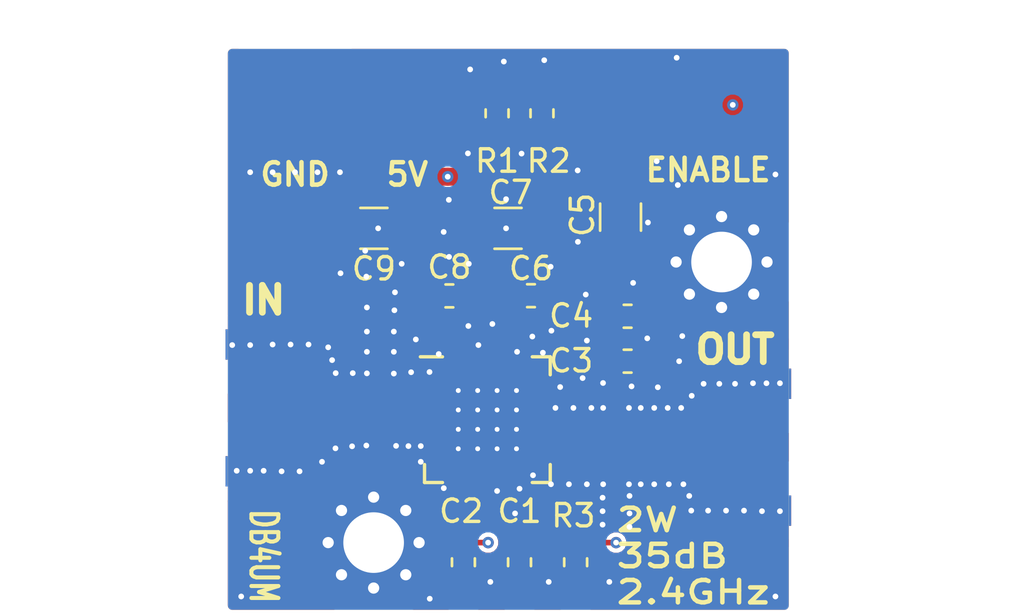
<source format=kicad_pcb>
(kicad_pcb (version 20171130) (host pcbnew "(5.0.2)-1")

  (general
    (thickness 1.6)
    (drawings 29)
    (tracks 301)
    (zones 0)
    (modules 19)
    (nets 7)
  )

  (page User 200 150.012)
  (title_block
    (title "2.4 GHz PA")
    (date 2019-03-04)
    (rev 0.1)
    (company DB4UM)
  )

  (layers
    (0 F.Cu signal)
    (1 In1.Cu signal)
    (2 In2.Cu signal)
    (31 B.Cu signal)
    (32 B.Adhes user)
    (33 F.Adhes user)
    (34 B.Paste user)
    (35 F.Paste user)
    (36 B.SilkS user)
    (37 F.SilkS user)
    (38 B.Mask user)
    (39 F.Mask user)
    (40 Dwgs.User user)
    (41 Cmts.User user)
    (42 Eco1.User user)
    (43 Eco2.User user)
    (44 Edge.Cuts user)
    (45 Margin user)
    (46 B.CrtYd user)
    (47 F.CrtYd user)
    (48 B.Fab user)
    (49 F.Fab user)
  )

  (setup
    (last_trace_width 0.25)
    (user_trace_width 0.41)
    (user_trace_width 0.8)
    (trace_clearance 0.2)
    (zone_clearance 0)
    (zone_45_only no)
    (trace_min 0.2)
    (segment_width 0.2)
    (edge_width 0.01)
    (via_size 0.8)
    (via_drill 0.4)
    (via_min_size 0.2)
    (via_min_drill 0.254)
    (user_via 0.51 0.254)
    (uvia_size 0.3)
    (uvia_drill 0.1)
    (uvias_allowed no)
    (uvia_min_size 0.2)
    (uvia_min_drill 0.1)
    (pcb_text_width 0.3)
    (pcb_text_size 1.5 1.5)
    (mod_edge_width 0.15)
    (mod_text_size 1 1)
    (mod_text_width 0.15)
    (pad_size 0.8 0.8)
    (pad_drill 0.5)
    (pad_to_mask_clearance 0.051)
    (solder_mask_min_width 0.25)
    (aux_axis_origin 0 0)
    (visible_elements 7FFFFFFF)
    (pcbplotparams
      (layerselection 0x01020_7ffffff9)
      (usegerberextensions false)
      (usegerberattributes false)
      (usegerberadvancedattributes false)
      (creategerberjobfile false)
      (excludeedgelayer true)
      (linewidth 0.100000)
      (plotframeref false)
      (viasonmask false)
      (mode 1)
      (useauxorigin false)
      (hpglpennumber 1)
      (hpglpenspeed 20)
      (hpglpendiameter 15.000000)
      (psnegative false)
      (psa4output false)
      (plotreference true)
      (plotvalue true)
      (plotinvisibletext false)
      (padsonsilk false)
      (subtractmaskfromsilk false)
      (outputformat 4)
      (mirror false)
      (drillshape 0)
      (scaleselection 1)
      (outputdirectory ""))
  )

  (net 0 "")
  (net 1 GND)
  (net 2 PAEN)
  (net 3 VBIAS)
  (net 4 "Net-(J1-Pad1)")
  (net 5 "Net-(J2-Pad1)")
  (net 6 "Net-(J3-Pad2)")

  (net_class Default "This is the default net class."
    (clearance 0.2)
    (trace_width 0.25)
    (via_dia 0.8)
    (via_drill 0.4)
    (uvia_dia 0.3)
    (uvia_drill 0.1)
    (add_net GND)
    (add_net "Net-(J1-Pad1)")
    (add_net "Net-(J2-Pad1)")
    (add_net "Net-(J3-Pad2)")
    (add_net PAEN)
    (add_net VBIAS)
  )

  (module baum_rf:SMA_Samtec_SMA-J-P-H-ST-EM1_EdgeMount (layer F.Cu) (tedit 5C6B0504) (tstamp 5C74C5E1)
    (at 117 85 180)
    (descr http://suddendocs.samtec.com/prints/sma-j-p-x-st-em1-mkt.pdf)
    (tags SMA)
    (path /5C59C9F7)
    (attr smd)
    (fp_text reference J1 (at -3.5 0 270) (layer F.SilkS) hide
      (effects (font (size 1 1) (thickness 0.15)))
    )
    (fp_text value Conn_Coaxial (at 5 5.9 180) (layer F.Fab)
      (effects (font (size 1 1) (thickness 0.15)))
    )
    (fp_line (start 3.1 0) (end 2.1 0.75) (layer F.Fab) (width 0.1))
    (fp_line (start 2.1 -0.75) (end 3.1 0) (layer F.Fab) (width 0.1))
    (fp_text user %R (at 4.79 0 90) (layer F.Fab)
      (effects (font (size 1 1) (thickness 0.15)))
    )
    (fp_line (start 3 -4) (end -2.6 -4) (layer F.CrtYd) (width 0.05))
    (fp_line (start 12.12 -4.5) (end 12.12 4.5) (layer F.CrtYd) (width 0.05))
    (fp_line (start 3 4) (end -2.6 4) (layer F.CrtYd) (width 0.05))
    (fp_line (start -2.6 4) (end -2.6 -4) (layer F.CrtYd) (width 0.05))
    (fp_line (start 3 -4) (end -2.6 -4) (layer B.CrtYd) (width 0.05))
    (fp_line (start 12.12 -4.5) (end 12.12 4.5) (layer B.CrtYd) (width 0.05))
    (fp_line (start 3 4) (end -2.6 4) (layer B.CrtYd) (width 0.05))
    (fp_line (start -2.6 4) (end -2.6 -4) (layer B.CrtYd) (width 0.05))
    (fp_line (start 11.62 -3.165) (end 11.62 3.165) (layer F.Fab) (width 0.1))
    (fp_line (start -1.71 -3.175) (end 11.62 -3.175) (layer F.Fab) (width 0.1))
    (fp_line (start -1.71 -3.175) (end -1.71 -2.365) (layer F.Fab) (width 0.1))
    (fp_line (start -1.71 -2.365) (end 2.1 -2.365) (layer F.Fab) (width 0.1))
    (fp_line (start 2.1 -2.365) (end 2.1 2.365) (layer F.Fab) (width 0.1))
    (fp_line (start 2.1 2.365) (end -1.71 2.365) (layer F.Fab) (width 0.1))
    (fp_line (start -1.71 2.365) (end -1.71 3.175) (layer F.Fab) (width 0.1))
    (fp_line (start -1.71 3.175) (end 11.62 3.175) (layer F.Fab) (width 0.1))
    (fp_line (start 12.12 4.5) (end 3 4.5) (layer F.CrtYd) (width 0.05))
    (fp_line (start 3 4.5) (end 3 4) (layer F.CrtYd) (width 0.05))
    (fp_line (start 12.12 -4.5) (end 3 -4.5) (layer F.CrtYd) (width 0.05))
    (fp_line (start 3 -4.5) (end 3 -4) (layer F.CrtYd) (width 0.05))
    (fp_line (start 12.12 -4.5) (end 3 -4.5) (layer B.CrtYd) (width 0.05))
    (fp_line (start 3 -4.5) (end 3 -4) (layer B.CrtYd) (width 0.05))
    (fp_line (start 12.12 4.5) (end 3 4.5) (layer B.CrtYd) (width 0.05))
    (fp_line (start 3 4.5) (end 3 4) (layer B.CrtYd) (width 0.05))
    (fp_line (start 2.1 -3.5) (end 2.1 3.5) (layer Dwgs.User) (width 0.1))
    (fp_text user "PCB Edge" (at 2.6 0 270) (layer Dwgs.User)
      (effects (font (size 0.5 0.5) (thickness 0.1)))
    )
    (pad 2 smd rect (at 0 2.825 270) (size 1.35 4.2) (layers B.Cu B.Paste B.Mask)
      (net 1 GND))
    (pad 2 smd rect (at 0 -2.825 270) (size 1.35 4.2) (layers B.Cu B.Paste B.Mask)
      (net 1 GND))
    (pad 2 smd rect (at 0 2.825 270) (size 1.35 4.2) (layers F.Cu F.Paste F.Mask)
      (net 1 GND))
    (pad 2 smd rect (at 0 -2.825 270) (size 1.35 4.2) (layers F.Cu F.Paste F.Mask)
      (net 1 GND))
    (pad 1 smd rect (at 0.2 0 270) (size 1.27 3.6) (layers F.Cu F.Paste F.Mask)
      (net 4 "Net-(J1-Pad1)"))
    (model C:/Users/b4um/Documents/kicad/libs/132323_3d_model_file.igs
      (offset (xyz 2 0 0.3))
      (scale (xyz 1 1 1))
      (rotate (xyz -90 0 180))
    )
  )

  (module baum_rf:SMA_Samtec_SMA-J-P-H-ST-EM1_EdgeMount (layer F.Cu) (tedit 5C6726C4) (tstamp 5C7D86F1)
    (at 138 86.75)
    (descr http://suddendocs.samtec.com/prints/sma-j-p-x-st-em1-mkt.pdf)
    (tags SMA)
    (path /5C59C8BA)
    (attr smd)
    (fp_text reference J2 (at -3.5 0 90) (layer F.SilkS) hide
      (effects (font (size 1 1) (thickness 0.15)))
    )
    (fp_text value Conn_Coaxial (at 5 5.9) (layer F.Fab) hide
      (effects (font (size 1 1) (thickness 0.15)))
    )
    (fp_text user "PCB Edge" (at 2.6 0 90) (layer Dwgs.User)
      (effects (font (size 0.5 0.5) (thickness 0.1)))
    )
    (fp_line (start 2.1 -3.5) (end 2.1 3.5) (layer Dwgs.User) (width 0.1))
    (fp_line (start 3 4.5) (end 3 4) (layer B.CrtYd) (width 0.05))
    (fp_line (start 12.12 4.5) (end 3 4.5) (layer B.CrtYd) (width 0.05))
    (fp_line (start 3 -4.5) (end 3 -4) (layer B.CrtYd) (width 0.05))
    (fp_line (start 12.12 -4.5) (end 3 -4.5) (layer B.CrtYd) (width 0.05))
    (fp_line (start 3 -4.5) (end 3 -4) (layer F.CrtYd) (width 0.05))
    (fp_line (start 12.12 -4.5) (end 3 -4.5) (layer F.CrtYd) (width 0.05))
    (fp_line (start 3 4.5) (end 3 4) (layer F.CrtYd) (width 0.05))
    (fp_line (start 12.12 4.5) (end 3 4.5) (layer F.CrtYd) (width 0.05))
    (fp_line (start -1.71 3.175) (end 11.62 3.175) (layer F.Fab) (width 0.1))
    (fp_line (start -1.71 2.365) (end -1.71 3.175) (layer F.Fab) (width 0.1))
    (fp_line (start 2.1 2.365) (end -1.71 2.365) (layer F.Fab) (width 0.1))
    (fp_line (start 2.1 -2.365) (end 2.1 2.365) (layer F.Fab) (width 0.1))
    (fp_line (start -1.71 -2.365) (end 2.1 -2.365) (layer F.Fab) (width 0.1))
    (fp_line (start -1.71 -3.175) (end -1.71 -2.365) (layer F.Fab) (width 0.1))
    (fp_line (start -1.71 -3.175) (end 11.62 -3.175) (layer F.Fab) (width 0.1))
    (fp_line (start 11.62 -3.165) (end 11.62 3.165) (layer F.Fab) (width 0.1))
    (fp_line (start -2.6 4) (end -2.6 -4) (layer B.CrtYd) (width 0.05))
    (fp_line (start 3 4) (end -2.6 4) (layer B.CrtYd) (width 0.05))
    (fp_line (start 12.12 -4.5) (end 12.12 4.5) (layer B.CrtYd) (width 0.05))
    (fp_line (start 3 -4) (end -2.6 -4) (layer B.CrtYd) (width 0.05))
    (fp_line (start -2.6 4) (end -2.6 -4) (layer F.CrtYd) (width 0.05))
    (fp_line (start 3 4) (end -2.6 4) (layer F.CrtYd) (width 0.05))
    (fp_line (start 12.12 -4.5) (end 12.12 4.5) (layer F.CrtYd) (width 0.05))
    (fp_line (start 3 -4) (end -2.6 -4) (layer F.CrtYd) (width 0.05))
    (fp_text user %R (at 4.79 0 270) (layer F.Fab)
      (effects (font (size 1 1) (thickness 0.15)))
    )
    (fp_line (start 2.1 -0.75) (end 3.1 0) (layer F.Fab) (width 0.1))
    (fp_line (start 3.1 0) (end 2.1 0.75) (layer F.Fab) (width 0.1))
    (pad 1 smd rect (at 0.2 0 90) (size 1.27 3.6) (layers F.Cu F.Paste F.Mask)
      (net 5 "Net-(J2-Pad1)"))
    (pad 2 smd rect (at 0 -2.825 90) (size 1.35 4.2) (layers F.Cu F.Paste F.Mask)
      (net 1 GND))
    (pad 2 smd rect (at 0 2.825 90) (size 1.35 4.2) (layers F.Cu F.Paste F.Mask)
      (net 1 GND))
    (pad 2 smd rect (at 0 -2.825 90) (size 1.35 4.2) (layers B.Cu B.Paste B.Mask)
      (net 1 GND))
    (pad 2 smd rect (at 0 2.825 90) (size 1.35 4.2) (layers B.Cu B.Paste B.Mask)
      (net 1 GND))
    (model C:/Users/b4um/Documents/kicad/libs/132323_3d_model_file.igs
      (offset (xyz 2 0 0.3))
      (scale (xyz 1 1 1))
      (rotate (xyz -90 0 180))
    )
  )

  (module baum_rf:PinHeader_1x02_P2.54mm_Vertical (layer F.Cu) (tedit 5C648CBC) (tstamp 5C7D8950)
    (at 137.5 71.5 270)
    (descr "Through hole straight pin header, 1x02, 2.54mm pitch, single row")
    (tags "Through hole pin header THT 1x02 2.54mm single row")
    (path /5C634FA1)
    (attr smd)
    (fp_text reference J3 (at 0 -2.33 270) (layer F.SilkS) hide
      (effects (font (size 1 1) (thickness 0.15)))
    )
    (fp_text value Conn_01x02 (at 0 4.87 270) (layer F.Fab)
      (effects (font (size 1 1) (thickness 0.15)))
    )
    (fp_text user %R (at 0 1.27) (layer F.Fab)
      (effects (font (size 1 1) (thickness 0.15)))
    )
    (fp_line (start 1.8 -1.8) (end -1.8 -1.8) (layer F.CrtYd) (width 0.05))
    (fp_line (start -1.8 4.35) (end 1.8 4.35) (layer F.CrtYd) (width 0.05))
    (fp_line (start -1.27 -0.635) (end -0.635 -1.27) (layer F.Fab) (width 0.1))
    (fp_line (start 1.27 3.81) (end -1.27 3.81) (layer F.Fab) (width 0.1))
    (fp_line (start -0.635 -1.27) (end 1.27 -1.27) (layer F.Fab) (width 0.1))
    (pad 2 smd roundrect (at 0 5 270) (size 4 4) (layers F.Cu F.Paste F.Mask) (roundrect_rratio 0.1)
      (net 6 "Net-(J3-Pad2)"))
    (pad 1 smd roundrect (at 0 0 270) (size 4 4) (layers F.Cu F.Paste F.Mask) (roundrect_rratio 0.1)
      (net 2 PAEN))
  )

  (module baum_rf:PinHeader_1x02_P2.54mm_Vertical (layer F.Cu) (tedit 5C671BED) (tstamp 5C7D8746)
    (at 123 71.5 270)
    (descr "Through hole straight pin header, 1x02, 2.54mm pitch, single row")
    (tags "Through hole pin header THT 1x02 2.54mm single row")
    (path /5C633BF7)
    (attr smd)
    (fp_text reference J4 (at 0 -2.33 270) (layer F.SilkS) hide
      (effects (font (size 1 1) (thickness 0.15)))
    )
    (fp_text value Conn_01x02 (at 0 4.87 270) (layer F.Fab)
      (effects (font (size 1 1) (thickness 0.15)))
    )
    (fp_text user %R (at 0 1.27) (layer F.Fab)
      (effects (font (size 1 1) (thickness 0.15)))
    )
    (fp_line (start 1.8 -1.8) (end -1.8 -1.8) (layer F.CrtYd) (width 0.05))
    (fp_line (start -1.8 4.35) (end 1.8 4.35) (layer F.CrtYd) (width 0.05))
    (fp_line (start -1.27 -0.635) (end -0.635 -1.27) (layer F.Fab) (width 0.1))
    (fp_line (start 1.27 3.81) (end -1.27 3.81) (layer F.Fab) (width 0.1))
    (fp_line (start -0.635 -1.27) (end 1.27 -1.27) (layer F.Fab) (width 0.1))
    (pad 2 smd roundrect (at 0 5 270) (size 4 4) (layers F.Cu F.Paste F.Mask) (roundrect_rratio 0.1)
      (net 1 GND))
    (pad 1 smd roundrect (at 0 0 270) (size 4 4) (layers F.Cu F.Paste F.Mask) (roundrect_rratio 0.1)
      (net 3 VBIAS))
  )

  (module MountingHole:MountingHole_2.7mm_M2.5_Pad_Via (layer F.Cu) (tedit 5C648653) (tstamp 5C7D867E)
    (at 137 78.5)
    (descr "Mounting Hole 2.7mm")
    (tags "mounting hole 2.7mm")
    (attr virtual)
    (fp_text reference REF** (at 0 -3.7 90) (layer F.SilkS) hide
      (effects (font (size 1 1) (thickness 0.15)))
    )
    (fp_text value MountingHole_2.7mm_M2.5_Pad_Via (at 0 3.7) (layer F.Fab)
      (effects (font (size 1 1) (thickness 0.15)))
    )
    (fp_text user %R (at 0.3 0) (layer F.Fab)
      (effects (font (size 1 1) (thickness 0.15)))
    )
    (fp_circle (center 0 0) (end 2.7 0) (layer Cmts.User) (width 0.15))
    (fp_circle (center 0 0) (end 2.95 0) (layer F.CrtYd) (width 0.05))
    (pad 1 thru_hole circle (at 0 0) (size 5.4 5.4) (drill 2.7) (layers *.Cu *.Mask)
      (net 1 GND))
    (pad 1 thru_hole circle (at 2.025 0) (size 0.8 0.8) (drill 0.5) (layers *.Cu *.Mask)
      (net 1 GND))
    (pad 1 thru_hole circle (at 1.431891 1.431891) (size 0.8 0.8) (drill 0.5) (layers *.Cu *.Mask)
      (net 1 GND))
    (pad 1 thru_hole circle (at 0 2.025) (size 0.8 0.8) (drill 0.5) (layers *.Cu *.Mask)
      (net 1 GND))
    (pad 1 thru_hole circle (at -1.431891 1.431891) (size 0.8 0.8) (drill 0.5) (layers *.Cu *.Mask)
      (net 1 GND))
    (pad 1 thru_hole circle (at -2.025 0) (size 0.8 0.8) (drill 0.5) (layers *.Cu *.Mask)
      (net 1 GND))
    (pad 1 thru_hole circle (at -1.431891 -1.431891) (size 0.8 0.8) (drill 0.5) (layers *.Cu *.Mask)
      (net 1 GND))
    (pad 1 thru_hole circle (at 0 -2.025) (size 0.8 0.8) (drill 0.5) (layers *.Cu *.Mask)
      (net 1 GND))
    (pad 1 thru_hole circle (at 1.431891 -1.431891) (size 0.8 0.8) (drill 0.5) (layers *.Cu *.Mask)
      (net 1 GND))
  )

  (module baum_rf:QFN-16_EP_5.3x5.3_Pitch0.8mm (layer F.Cu) (tedit 5C671BC8) (tstamp 5C7D87FF)
    (at 126.5675 85.5225)
    (path /5C5A0014)
    (attr smd)
    (fp_text reference U1 (at 0 -3.985) (layer F.SilkS) hide
      (effects (font (size 1 1) (thickness 0.15)))
    )
    (fp_text value SKY66295 (at 0 3.985) (layer F.Fab)
      (effects (font (size 1 1) (thickness 0.15)))
    )
    (fp_line (start -1.65 -2.65) (end -2.65 -1.65) (layer F.Fab) (width 0.15))
    (fp_line (start -2.65 -1.65) (end -2.65 2.65) (layer F.Fab) (width 0.15))
    (fp_line (start -2.65 2.65) (end 2.65 2.65) (layer F.Fab) (width 0.15))
    (fp_line (start 2.65 2.65) (end 2.65 -2.65) (layer F.Fab) (width 0.15))
    (fp_line (start 2.65 -2.65) (end -1.65 -2.65) (layer F.Fab) (width 0.15))
    (fp_line (start 2 -2.8) (end 2.8 -2.8) (layer F.SilkS) (width 0.15))
    (fp_line (start 2.8 -2.8) (end 2.8 -2) (layer F.SilkS) (width 0.15))
    (fp_line (start 2 2.8) (end 2.8 2.8) (layer F.SilkS) (width 0.15))
    (fp_line (start 2.8 2.8) (end 2.8 2) (layer F.SilkS) (width 0.15))
    (fp_line (start -2 2.8) (end -2.8 2.8) (layer F.SilkS) (width 0.15))
    (fp_line (start -2.8 2.8) (end -2.8 2) (layer F.SilkS) (width 0.15))
    (fp_line (start -2 -2.8) (end -2.985 -2.8) (layer F.SilkS) (width 0.15))
    (fp_line (start -3.25 -3.25) (end 3.25 -3.25) (layer F.CrtYd) (width 0.05))
    (fp_line (start 3.25 -3.25) (end 3.25 3.25) (layer F.CrtYd) (width 0.05))
    (fp_line (start 3.25 3.25) (end -3.25 3.25) (layer F.CrtYd) (width 0.05))
    (fp_line (start -3.25 3.25) (end -3.25 -3.25) (layer F.CrtYd) (width 0.05))
    (pad 1 smd rect (at -2.315 -1.2 90) (size 0.5 0.67) (layers F.Cu F.Paste F.Mask)
      (net 1 GND))
    (pad 2 smd rect (at -2.315 -0.4 90) (size 0.5 0.67) (layers F.Cu F.Paste F.Mask)
      (net 4 "Net-(J1-Pad1)"))
    (pad 3 smd rect (at -2.315 0.4 90) (size 0.5 0.67) (layers F.Cu F.Paste F.Mask)
      (net 1 GND))
    (pad 4 smd rect (at -2.315 1.2 90) (size 0.5 0.67) (layers F.Cu F.Paste F.Mask)
      (net 1 GND))
    (pad 5 smd rect (at -1.2 2.315) (size 0.5 0.67) (layers F.Cu F.Paste F.Mask)
      (net 3 VBIAS))
    (pad 6 smd rect (at -0.4 2.315) (size 0.5 0.67) (layers F.Cu F.Paste F.Mask)
      (net 2 PAEN))
    (pad 7 smd rect (at 0.4 2.315) (size 0.5 0.67) (layers F.Cu F.Paste F.Mask)
      (net 1 GND))
    (pad 8 smd rect (at 1.2 2.315) (size 0.5 0.67) (layers F.Cu F.Paste F.Mask)
      (net 1 GND))
    (pad 9 smd rect (at 2.315 1.2 90) (size 0.5 0.67) (layers F.Cu F.Paste F.Mask)
      (net 5 "Net-(J2-Pad1)"))
    (pad 10 smd rect (at 2.315 0.4 90) (size 0.5 0.67) (layers F.Cu F.Paste F.Mask)
      (net 1 GND))
    (pad 11 smd rect (at 2.315 -0.4 90) (size 0.5 0.67) (layers F.Cu F.Paste F.Mask)
      (net 1 GND))
    (pad 12 smd rect (at 2.315 -1.2 90) (size 0.5 0.67) (layers F.Cu F.Paste F.Mask)
      (net 3 VBIAS))
    (pad 13 smd rect (at 1.2 -2.315) (size 0.5 0.67) (layers F.Cu F.Paste F.Mask)
      (net 1 GND))
    (pad 14 smd rect (at 0.4 -2.315) (size 0.5 0.67) (layers F.Cu F.Paste F.Mask)
      (net 3 VBIAS))
    (pad 15 smd rect (at -0.4 -2.315) (size 0.5 0.67) (layers F.Cu F.Paste F.Mask)
      (net 1 GND))
    (pad 16 smd rect (at -1.2 -2.315) (size 0.5 0.67) (layers F.Cu F.Paste F.Mask)
      (net 3 VBIAS))
    (pad 17 smd rect (at -1.2975 -1.2975) (size 0.865 0.865) (layers F.Cu F.Paste F.Mask)
      (net 1 GND) (solder_paste_margin -0.1))
    (pad 17 smd rect (at -1.2975 -0.4325) (size 0.865 0.865) (layers F.Cu F.Paste F.Mask)
      (net 1 GND) (solder_paste_margin -0.1))
    (pad 17 smd rect (at -1.2975 0.4325) (size 0.865 0.865) (layers F.Cu F.Paste F.Mask)
      (net 1 GND) (solder_paste_margin -0.1))
    (pad 17 smd rect (at -1.2975 1.2975) (size 0.865 0.865) (layers F.Cu F.Paste F.Mask)
      (net 1 GND) (solder_paste_margin -0.1))
    (pad 17 smd rect (at -0.4325 -1.2975) (size 0.865 0.865) (layers F.Cu F.Paste F.Mask)
      (net 1 GND) (solder_paste_margin -0.1))
    (pad 17 smd rect (at -0.4325 -0.4325) (size 0.865 0.865) (layers F.Cu F.Paste F.Mask)
      (net 1 GND) (solder_paste_margin -0.1))
    (pad 17 smd rect (at -0.4325 0.4325) (size 0.865 0.865) (layers F.Cu F.Paste F.Mask)
      (net 1 GND) (solder_paste_margin -0.1))
    (pad 17 smd rect (at -0.4325 1.2975) (size 0.865 0.865) (layers F.Cu F.Paste F.Mask)
      (net 1 GND) (solder_paste_margin -0.1))
    (pad 17 smd rect (at 0.4325 -1.2975) (size 0.865 0.865) (layers F.Cu F.Paste F.Mask)
      (net 1 GND) (solder_paste_margin -0.1))
    (pad 17 smd rect (at 0.4325 -0.4325) (size 0.865 0.865) (layers F.Cu F.Paste F.Mask)
      (net 1 GND) (solder_paste_margin -0.1))
    (pad 17 smd rect (at 0.4325 0.4325) (size 0.865 0.865) (layers F.Cu F.Paste F.Mask)
      (net 1 GND) (solder_paste_margin -0.1))
    (pad 17 smd rect (at 0.4325 1.2975) (size 0.865 0.865) (layers F.Cu F.Paste F.Mask)
      (net 1 GND) (solder_paste_margin -0.1))
    (pad 17 smd rect (at 1.2975 -1.2975) (size 0.865 0.865) (layers F.Cu F.Paste F.Mask)
      (net 1 GND) (solder_paste_margin -0.1))
    (pad 17 smd rect (at 1.2975 -0.4325) (size 0.865 0.865) (layers F.Cu F.Paste F.Mask)
      (net 1 GND) (solder_paste_margin -0.1))
    (pad 17 smd rect (at 1.2975 0.4325) (size 0.865 0.865) (layers F.Cu F.Paste F.Mask)
      (net 1 GND) (solder_paste_margin -0.1))
    (pad 17 smd rect (at 1.2975 1.2975) (size 0.865 0.865) (layers F.Cu F.Paste F.Mask)
      (net 1 GND) (solder_paste_margin -0.1))
    (pad 17 thru_hole circle (at -1.2975 -1.2975) (size 0.4325 0.4325) (drill 0.21625) (layers *.Cu *.Mask)
      (net 1 GND))
    (pad 17 thru_hole circle (at -1.2975 -0.4325) (size 0.4325 0.4325) (drill 0.21625) (layers *.Cu *.Mask)
      (net 1 GND))
    (pad 17 thru_hole circle (at -1.2975 0.4325) (size 0.4325 0.4325) (drill 0.21625) (layers *.Cu *.Mask)
      (net 1 GND))
    (pad 17 thru_hole circle (at -1.2975 1.2975) (size 0.4325 0.4325) (drill 0.21625) (layers *.Cu *.Mask)
      (net 1 GND))
    (pad 17 thru_hole circle (at -0.4325 -1.2975) (size 0.4325 0.4325) (drill 0.21625) (layers *.Cu *.Mask)
      (net 1 GND))
    (pad 17 thru_hole circle (at -0.4325 -0.4325) (size 0.4325 0.4325) (drill 0.21625) (layers *.Cu *.Mask)
      (net 1 GND))
    (pad 17 thru_hole circle (at -0.4325 0.4325) (size 0.4325 0.4325) (drill 0.21625) (layers *.Cu *.Mask)
      (net 1 GND))
    (pad 17 thru_hole circle (at -0.4325 1.2975) (size 0.4325 0.4325) (drill 0.21625) (layers *.Cu *.Mask)
      (net 1 GND))
    (pad 17 thru_hole circle (at 0.4325 -1.2975) (size 0.4325 0.4325) (drill 0.21625) (layers *.Cu *.Mask)
      (net 1 GND))
    (pad 17 thru_hole circle (at 0.4325 -0.4325) (size 0.4325 0.4325) (drill 0.21625) (layers *.Cu *.Mask)
      (net 1 GND))
    (pad 17 thru_hole circle (at 0.4325 0.4325) (size 0.4325 0.4325) (drill 0.21625) (layers *.Cu *.Mask)
      (net 1 GND))
    (pad 17 thru_hole circle (at 0.4325 1.2975) (size 0.4325 0.4325) (drill 0.21625) (layers *.Cu *.Mask)
      (net 1 GND))
    (pad 17 thru_hole circle (at 1.2975 -1.2975) (size 0.4325 0.4325) (drill 0.21625) (layers *.Cu *.Mask)
      (net 1 GND))
    (pad 17 thru_hole circle (at 1.2975 -0.4325) (size 0.4325 0.4325) (drill 0.21625) (layers *.Cu *.Mask)
      (net 1 GND))
    (pad 17 thru_hole circle (at 1.2975 0.4325) (size 0.4325 0.4325) (drill 0.21625) (layers *.Cu *.Mask)
      (net 1 GND))
    (pad 17 thru_hole circle (at 1.2975 1.2975) (size 0.4325 0.4325) (drill 0.21625) (layers *.Cu *.Mask)
      (net 1 GND))
    (model ${KISYS3DMOD}/Package_DFN_QFN.3dshapes/QFN-16-1EP_4x4mm_Pitch0.65mm.step
      (at (xyz 0 0 0))
      (scale (xyz 1.2 1.2 1))
      (rotate (xyz 0 0 0))
    )
  )

  (module Capacitor_SMD:C_0603_1608Metric_Pad1.05x0.95mm_HandSolder (layer F.Cu) (tedit 5B301BBE) (tstamp 5C7D8895)
    (at 128 91.875 270)
    (descr "Capacitor SMD 0603 (1608 Metric), square (rectangular) end terminal, IPC_7351 nominal with elongated pad for handsoldering. (Body size source: http://www.tortai-tech.com/upload/download/2011102023233369053.pdf), generated with kicad-footprint-generator")
    (tags "capacitor handsolder")
    (path /5C5A09C5)
    (attr smd)
    (fp_text reference C1 (at -2.275 0) (layer F.SilkS)
      (effects (font (size 1 1) (thickness 0.15)))
    )
    (fp_text value 3.3n (at 0 1.43 270) (layer F.Fab)
      (effects (font (size 1 1) (thickness 0.15)))
    )
    (fp_text user %R (at 0 0 270) (layer F.Fab)
      (effects (font (size 0.4 0.4) (thickness 0.06)))
    )
    (fp_line (start 1.65 0.73) (end -1.65 0.73) (layer F.CrtYd) (width 0.05))
    (fp_line (start 1.65 -0.73) (end 1.65 0.73) (layer F.CrtYd) (width 0.05))
    (fp_line (start -1.65 -0.73) (end 1.65 -0.73) (layer F.CrtYd) (width 0.05))
    (fp_line (start -1.65 0.73) (end -1.65 -0.73) (layer F.CrtYd) (width 0.05))
    (fp_line (start -0.171267 0.51) (end 0.171267 0.51) (layer F.SilkS) (width 0.12))
    (fp_line (start -0.171267 -0.51) (end 0.171267 -0.51) (layer F.SilkS) (width 0.12))
    (fp_line (start 0.8 0.4) (end -0.8 0.4) (layer F.Fab) (width 0.1))
    (fp_line (start 0.8 -0.4) (end 0.8 0.4) (layer F.Fab) (width 0.1))
    (fp_line (start -0.8 -0.4) (end 0.8 -0.4) (layer F.Fab) (width 0.1))
    (fp_line (start -0.8 0.4) (end -0.8 -0.4) (layer F.Fab) (width 0.1))
    (pad 2 smd roundrect (at 0.875 0 270) (size 1.05 0.95) (layers F.Cu F.Paste F.Mask) (roundrect_rratio 0.25)
      (net 1 GND))
    (pad 1 smd roundrect (at -0.875 0 270) (size 1.05 0.95) (layers F.Cu F.Paste F.Mask) (roundrect_rratio 0.25)
      (net 2 PAEN))
    (model ${KISYS3DMOD}/Capacitor_SMD.3dshapes/C_0603_1608Metric.wrl
      (at (xyz 0 0 0))
      (scale (xyz 1 1 1))
      (rotate (xyz 0 0 0))
    )
  )

  (module Capacitor_SMD:C_0603_1608Metric_Pad1.05x0.95mm_HandSolder (layer F.Cu) (tedit 5B301BBE) (tstamp 5C7D8925)
    (at 125.5 91.875 270)
    (descr "Capacitor SMD 0603 (1608 Metric), square (rectangular) end terminal, IPC_7351 nominal with elongated pad for handsoldering. (Body size source: http://www.tortai-tech.com/upload/download/2011102023233369053.pdf), generated with kicad-footprint-generator")
    (tags "capacitor handsolder")
    (path /5C5A093F)
    (attr smd)
    (fp_text reference C2 (at -2.275 0.1) (layer F.SilkS)
      (effects (font (size 1 1) (thickness 0.15)))
    )
    (fp_text value 1u (at 0 1.43 270) (layer F.Fab)
      (effects (font (size 1 1) (thickness 0.15)))
    )
    (fp_line (start -0.8 0.4) (end -0.8 -0.4) (layer F.Fab) (width 0.1))
    (fp_line (start -0.8 -0.4) (end 0.8 -0.4) (layer F.Fab) (width 0.1))
    (fp_line (start 0.8 -0.4) (end 0.8 0.4) (layer F.Fab) (width 0.1))
    (fp_line (start 0.8 0.4) (end -0.8 0.4) (layer F.Fab) (width 0.1))
    (fp_line (start -0.171267 -0.51) (end 0.171267 -0.51) (layer F.SilkS) (width 0.12))
    (fp_line (start -0.171267 0.51) (end 0.171267 0.51) (layer F.SilkS) (width 0.12))
    (fp_line (start -1.65 0.73) (end -1.65 -0.73) (layer F.CrtYd) (width 0.05))
    (fp_line (start -1.65 -0.73) (end 1.65 -0.73) (layer F.CrtYd) (width 0.05))
    (fp_line (start 1.65 -0.73) (end 1.65 0.73) (layer F.CrtYd) (width 0.05))
    (fp_line (start 1.65 0.73) (end -1.65 0.73) (layer F.CrtYd) (width 0.05))
    (fp_text user %R (at 0 0 270) (layer F.Fab)
      (effects (font (size 0.4 0.4) (thickness 0.06)))
    )
    (pad 1 smd roundrect (at -0.875 0 270) (size 1.05 0.95) (layers F.Cu F.Paste F.Mask) (roundrect_rratio 0.25)
      (net 3 VBIAS))
    (pad 2 smd roundrect (at 0.875 0 270) (size 1.05 0.95) (layers F.Cu F.Paste F.Mask) (roundrect_rratio 0.25)
      (net 1 GND))
    (model ${KISYS3DMOD}/Capacitor_SMD.3dshapes/C_0603_1608Metric.wrl
      (at (xyz 0 0 0))
      (scale (xyz 1 1 1))
      (rotate (xyz 0 0 0))
    )
  )

  (module Capacitor_SMD:C_0603_1608Metric_Pad1.05x0.95mm_HandSolder (layer F.Cu) (tedit 5B301BBE) (tstamp 5C7D86AC)
    (at 132.814725 82.91669)
    (descr "Capacitor SMD 0603 (1608 Metric), square (rectangular) end terminal, IPC_7351 nominal with elongated pad for handsoldering. (Body size source: http://www.tortai-tech.com/upload/download/2011102023233369053.pdf), generated with kicad-footprint-generator")
    (tags "capacitor handsolder")
    (path /5C5A0A11)
    (attr smd)
    (fp_text reference C3 (at -2.514725 -0.01669) (layer F.SilkS)
      (effects (font (size 1 1) (thickness 0.15)))
    )
    (fp_text value 100p (at 0 1.43) (layer F.Fab)
      (effects (font (size 1 1) (thickness 0.15)))
    )
    (fp_line (start -0.8 0.4) (end -0.8 -0.4) (layer F.Fab) (width 0.1))
    (fp_line (start -0.8 -0.4) (end 0.8 -0.4) (layer F.Fab) (width 0.1))
    (fp_line (start 0.8 -0.4) (end 0.8 0.4) (layer F.Fab) (width 0.1))
    (fp_line (start 0.8 0.4) (end -0.8 0.4) (layer F.Fab) (width 0.1))
    (fp_line (start -0.171267 -0.51) (end 0.171267 -0.51) (layer F.SilkS) (width 0.12))
    (fp_line (start -0.171267 0.51) (end 0.171267 0.51) (layer F.SilkS) (width 0.12))
    (fp_line (start -1.65 0.73) (end -1.65 -0.73) (layer F.CrtYd) (width 0.05))
    (fp_line (start -1.65 -0.73) (end 1.65 -0.73) (layer F.CrtYd) (width 0.05))
    (fp_line (start 1.65 -0.73) (end 1.65 0.73) (layer F.CrtYd) (width 0.05))
    (fp_line (start 1.65 0.73) (end -1.65 0.73) (layer F.CrtYd) (width 0.05))
    (fp_text user %R (at 0 0) (layer F.Fab)
      (effects (font (size 0.4 0.4) (thickness 0.06)))
    )
    (pad 1 smd roundrect (at -0.875 0) (size 1.05 0.95) (layers F.Cu F.Paste F.Mask) (roundrect_rratio 0.25)
      (net 3 VBIAS))
    (pad 2 smd roundrect (at 0.875 0) (size 1.05 0.95) (layers F.Cu F.Paste F.Mask) (roundrect_rratio 0.25)
      (net 1 GND))
    (model ${KISYS3DMOD}/Capacitor_SMD.3dshapes/C_0603_1608Metric.wrl
      (at (xyz 0 0 0))
      (scale (xyz 1 1 1))
      (rotate (xyz 0 0 0))
    )
  )

  (module Capacitor_SMD:C_0603_1608Metric_Pad1.05x0.95mm_HandSolder (layer F.Cu) (tedit 5B301BBE) (tstamp 5C7D89A6)
    (at 132.814725 80.91669)
    (descr "Capacitor SMD 0603 (1608 Metric), square (rectangular) end terminal, IPC_7351 nominal with elongated pad for handsoldering. (Body size source: http://www.tortai-tech.com/upload/download/2011102023233369053.pdf), generated with kicad-footprint-generator")
    (tags "capacitor handsolder")
    (path /5C5A0AAB)
    (attr smd)
    (fp_text reference C4 (at -2.514725 -0.01669) (layer F.SilkS)
      (effects (font (size 1 1) (thickness 0.15)))
    )
    (fp_text value 3.3n (at 0 1.43) (layer F.Fab)
      (effects (font (size 1 1) (thickness 0.15)))
    )
    (fp_text user %R (at 0 0) (layer F.Fab)
      (effects (font (size 0.4 0.4) (thickness 0.06)))
    )
    (fp_line (start 1.65 0.73) (end -1.65 0.73) (layer F.CrtYd) (width 0.05))
    (fp_line (start 1.65 -0.73) (end 1.65 0.73) (layer F.CrtYd) (width 0.05))
    (fp_line (start -1.65 -0.73) (end 1.65 -0.73) (layer F.CrtYd) (width 0.05))
    (fp_line (start -1.65 0.73) (end -1.65 -0.73) (layer F.CrtYd) (width 0.05))
    (fp_line (start -0.171267 0.51) (end 0.171267 0.51) (layer F.SilkS) (width 0.12))
    (fp_line (start -0.171267 -0.51) (end 0.171267 -0.51) (layer F.SilkS) (width 0.12))
    (fp_line (start 0.8 0.4) (end -0.8 0.4) (layer F.Fab) (width 0.1))
    (fp_line (start 0.8 -0.4) (end 0.8 0.4) (layer F.Fab) (width 0.1))
    (fp_line (start -0.8 -0.4) (end 0.8 -0.4) (layer F.Fab) (width 0.1))
    (fp_line (start -0.8 0.4) (end -0.8 -0.4) (layer F.Fab) (width 0.1))
    (pad 2 smd roundrect (at 0.875 0) (size 1.05 0.95) (layers F.Cu F.Paste F.Mask) (roundrect_rratio 0.25)
      (net 1 GND))
    (pad 1 smd roundrect (at -0.875 0) (size 1.05 0.95) (layers F.Cu F.Paste F.Mask) (roundrect_rratio 0.25)
      (net 3 VBIAS))
    (model ${KISYS3DMOD}/Capacitor_SMD.3dshapes/C_0603_1608Metric.wrl
      (at (xyz 0 0 0))
      (scale (xyz 1 1 1))
      (rotate (xyz 0 0 0))
    )
  )

  (module Capacitor_SMD:C_1206_3216Metric_Pad1.42x1.75mm_HandSolder (layer F.Cu) (tedit 5B301BBE) (tstamp 5C7D8976)
    (at 132.5 76.5 90)
    (descr "Capacitor SMD 1206 (3216 Metric), square (rectangular) end terminal, IPC_7351 nominal with elongated pad for handsoldering. (Body size source: http://www.tortai-tech.com/upload/download/2011102023233369053.pdf), generated with kicad-footprint-generator")
    (tags "capacitor handsolder")
    (path /5C5A0AFB)
    (attr smd)
    (fp_text reference C5 (at 0.1 -1.7 90) (layer F.SilkS)
      (effects (font (size 1 1) (thickness 0.15)))
    )
    (fp_text value 10u (at 0 1.82 90) (layer F.Fab)
      (effects (font (size 1 1) (thickness 0.15)))
    )
    (fp_line (start -1.6 0.8) (end -1.6 -0.8) (layer F.Fab) (width 0.1))
    (fp_line (start -1.6 -0.8) (end 1.6 -0.8) (layer F.Fab) (width 0.1))
    (fp_line (start 1.6 -0.8) (end 1.6 0.8) (layer F.Fab) (width 0.1))
    (fp_line (start 1.6 0.8) (end -1.6 0.8) (layer F.Fab) (width 0.1))
    (fp_line (start -0.602064 -0.91) (end 0.602064 -0.91) (layer F.SilkS) (width 0.12))
    (fp_line (start -0.602064 0.91) (end 0.602064 0.91) (layer F.SilkS) (width 0.12))
    (fp_line (start -2.45 1.12) (end -2.45 -1.12) (layer F.CrtYd) (width 0.05))
    (fp_line (start -2.45 -1.12) (end 2.45 -1.12) (layer F.CrtYd) (width 0.05))
    (fp_line (start 2.45 -1.12) (end 2.45 1.12) (layer F.CrtYd) (width 0.05))
    (fp_line (start 2.45 1.12) (end -2.45 1.12) (layer F.CrtYd) (width 0.05))
    (fp_text user %R (at 0 0 90) (layer F.Fab)
      (effects (font (size 0.8 0.8) (thickness 0.12)))
    )
    (pad 1 smd roundrect (at -1.4875 0 90) (size 1.425 1.75) (layers F.Cu F.Paste F.Mask) (roundrect_rratio 0.175439)
      (net 3 VBIAS))
    (pad 2 smd roundrect (at 1.4875 0 90) (size 1.425 1.75) (layers F.Cu F.Paste F.Mask) (roundrect_rratio 0.175439)
      (net 1 GND))
    (model ${KISYS3DMOD}/Capacitor_SMD.3dshapes/C_1206_3216Metric.wrl
      (at (xyz 0 0 0))
      (scale (xyz 1 1 1))
      (rotate (xyz 0 0 0))
    )
  )

  (module Capacitor_SMD:C_0603_1608Metric_Pad1.05x0.95mm_HandSolder (layer F.Cu) (tedit 5B301BBE) (tstamp 5C7D879C)
    (at 128.51 80)
    (descr "Capacitor SMD 0603 (1608 Metric), square (rectangular) end terminal, IPC_7351 nominal with elongated pad for handsoldering. (Body size source: http://www.tortai-tech.com/upload/download/2011102023233369053.pdf), generated with kicad-footprint-generator")
    (tags "capacitor handsolder")
    (path /5C5A1157)
    (attr smd)
    (fp_text reference C6 (at 0 -1.21) (layer F.SilkS)
      (effects (font (size 1 1) (thickness 0.15)))
    )
    (fp_text value 3.3n (at 0 1.43) (layer F.Fab)
      (effects (font (size 1 1) (thickness 0.15)))
    )
    (fp_text user %R (at 0 0) (layer F.Fab)
      (effects (font (size 0.4 0.4) (thickness 0.06)))
    )
    (fp_line (start 1.65 0.73) (end -1.65 0.73) (layer F.CrtYd) (width 0.05))
    (fp_line (start 1.65 -0.73) (end 1.65 0.73) (layer F.CrtYd) (width 0.05))
    (fp_line (start -1.65 -0.73) (end 1.65 -0.73) (layer F.CrtYd) (width 0.05))
    (fp_line (start -1.65 0.73) (end -1.65 -0.73) (layer F.CrtYd) (width 0.05))
    (fp_line (start -0.171267 0.51) (end 0.171267 0.51) (layer F.SilkS) (width 0.12))
    (fp_line (start -0.171267 -0.51) (end 0.171267 -0.51) (layer F.SilkS) (width 0.12))
    (fp_line (start 0.8 0.4) (end -0.8 0.4) (layer F.Fab) (width 0.1))
    (fp_line (start 0.8 -0.4) (end 0.8 0.4) (layer F.Fab) (width 0.1))
    (fp_line (start -0.8 -0.4) (end 0.8 -0.4) (layer F.Fab) (width 0.1))
    (fp_line (start -0.8 0.4) (end -0.8 -0.4) (layer F.Fab) (width 0.1))
    (pad 2 smd roundrect (at 0.875 0) (size 1.05 0.95) (layers F.Cu F.Paste F.Mask) (roundrect_rratio 0.25)
      (net 1 GND))
    (pad 1 smd roundrect (at -0.875 0) (size 1.05 0.95) (layers F.Cu F.Paste F.Mask) (roundrect_rratio 0.25)
      (net 3 VBIAS))
    (model ${KISYS3DMOD}/Capacitor_SMD.3dshapes/C_0603_1608Metric.wrl
      (at (xyz 0 0 0))
      (scale (xyz 1 1 1))
      (rotate (xyz 0 0 0))
    )
  )

  (module Capacitor_SMD:C_1206_3216Metric_Pad1.42x1.75mm_HandSolder (layer F.Cu) (tedit 5B301BBE) (tstamp 5C7D88F5)
    (at 127.4875 77)
    (descr "Capacitor SMD 1206 (3216 Metric), square (rectangular) end terminal, IPC_7351 nominal with elongated pad for handsoldering. (Body size source: http://www.tortai-tech.com/upload/download/2011102023233369053.pdf), generated with kicad-footprint-generator")
    (tags "capacitor handsolder")
    (path /5C5A1191)
    (attr smd)
    (fp_text reference C7 (at 0.1125 -1.6) (layer F.SilkS)
      (effects (font (size 1 1) (thickness 0.15)))
    )
    (fp_text value 10u (at 0 1.82) (layer F.Fab)
      (effects (font (size 1 1) (thickness 0.15)))
    )
    (fp_line (start -1.6 0.8) (end -1.6 -0.8) (layer F.Fab) (width 0.1))
    (fp_line (start -1.6 -0.8) (end 1.6 -0.8) (layer F.Fab) (width 0.1))
    (fp_line (start 1.6 -0.8) (end 1.6 0.8) (layer F.Fab) (width 0.1))
    (fp_line (start 1.6 0.8) (end -1.6 0.8) (layer F.Fab) (width 0.1))
    (fp_line (start -0.602064 -0.91) (end 0.602064 -0.91) (layer F.SilkS) (width 0.12))
    (fp_line (start -0.602064 0.91) (end 0.602064 0.91) (layer F.SilkS) (width 0.12))
    (fp_line (start -2.45 1.12) (end -2.45 -1.12) (layer F.CrtYd) (width 0.05))
    (fp_line (start -2.45 -1.12) (end 2.45 -1.12) (layer F.CrtYd) (width 0.05))
    (fp_line (start 2.45 -1.12) (end 2.45 1.12) (layer F.CrtYd) (width 0.05))
    (fp_line (start 2.45 1.12) (end -2.45 1.12) (layer F.CrtYd) (width 0.05))
    (fp_text user %R (at 0 0) (layer F.Fab)
      (effects (font (size 0.8 0.8) (thickness 0.12)))
    )
    (pad 1 smd roundrect (at -1.4875 0) (size 1.425 1.75) (layers F.Cu F.Paste F.Mask) (roundrect_rratio 0.175439)
      (net 3 VBIAS))
    (pad 2 smd roundrect (at 1.4875 0) (size 1.425 1.75) (layers F.Cu F.Paste F.Mask) (roundrect_rratio 0.175439)
      (net 1 GND))
    (model ${KISYS3DMOD}/Capacitor_SMD.3dshapes/C_1206_3216Metric.wrl
      (at (xyz 0 0 0))
      (scale (xyz 1 1 1))
      (rotate (xyz 0 0 0))
    )
  )

  (module Capacitor_SMD:C_0603_1608Metric_Pad1.05x0.95mm_HandSolder (layer F.Cu) (tedit 5B301BBE) (tstamp 5C7D88C5)
    (at 124.875 80.01)
    (descr "Capacitor SMD 0603 (1608 Metric), square (rectangular) end terminal, IPC_7351 nominal with elongated pad for handsoldering. (Body size source: http://www.tortai-tech.com/upload/download/2011102023233369053.pdf), generated with kicad-footprint-generator")
    (tags "capacitor handsolder")
    (path /5C5A0BC9)
    (attr smd)
    (fp_text reference C8 (at 0 -1.285) (layer F.SilkS)
      (effects (font (size 1 1) (thickness 0.15)))
    )
    (fp_text value 3.3n (at 0 1.43) (layer F.Fab)
      (effects (font (size 1 1) (thickness 0.15)))
    )
    (fp_line (start -0.8 0.4) (end -0.8 -0.4) (layer F.Fab) (width 0.1))
    (fp_line (start -0.8 -0.4) (end 0.8 -0.4) (layer F.Fab) (width 0.1))
    (fp_line (start 0.8 -0.4) (end 0.8 0.4) (layer F.Fab) (width 0.1))
    (fp_line (start 0.8 0.4) (end -0.8 0.4) (layer F.Fab) (width 0.1))
    (fp_line (start -0.171267 -0.51) (end 0.171267 -0.51) (layer F.SilkS) (width 0.12))
    (fp_line (start -0.171267 0.51) (end 0.171267 0.51) (layer F.SilkS) (width 0.12))
    (fp_line (start -1.65 0.73) (end -1.65 -0.73) (layer F.CrtYd) (width 0.05))
    (fp_line (start -1.65 -0.73) (end 1.65 -0.73) (layer F.CrtYd) (width 0.05))
    (fp_line (start 1.65 -0.73) (end 1.65 0.73) (layer F.CrtYd) (width 0.05))
    (fp_line (start 1.65 0.73) (end -1.65 0.73) (layer F.CrtYd) (width 0.05))
    (fp_text user %R (at 0 0) (layer F.Fab)
      (effects (font (size 0.4 0.4) (thickness 0.06)))
    )
    (pad 1 smd roundrect (at -0.875 0) (size 1.05 0.95) (layers F.Cu F.Paste F.Mask) (roundrect_rratio 0.25)
      (net 3 VBIAS))
    (pad 2 smd roundrect (at 0.875 0) (size 1.05 0.95) (layers F.Cu F.Paste F.Mask) (roundrect_rratio 0.25)
      (net 1 GND))
    (model ${KISYS3DMOD}/Capacitor_SMD.3dshapes/C_0603_1608Metric.wrl
      (at (xyz 0 0 0))
      (scale (xyz 1 1 1))
      (rotate (xyz 0 0 0))
    )
  )

  (module Capacitor_SMD:C_1206_3216Metric_Pad1.42x1.75mm_HandSolder (layer F.Cu) (tedit 5B301BBE) (tstamp 5C7D876C)
    (at 121.5125 77 180)
    (descr "Capacitor SMD 1206 (3216 Metric), square (rectangular) end terminal, IPC_7351 nominal with elongated pad for handsoldering. (Body size source: http://www.tortai-tech.com/upload/download/2011102023233369053.pdf), generated with kicad-footprint-generator")
    (tags "capacitor handsolder")
    (path /5C5A0C67)
    (attr smd)
    (fp_text reference C9 (at 0 -1.8 180) (layer F.SilkS)
      (effects (font (size 1 1) (thickness 0.15)))
    )
    (fp_text value 10u (at 0 1.82 180) (layer F.Fab)
      (effects (font (size 1 1) (thickness 0.15)))
    )
    (fp_text user %R (at 0 0 180) (layer F.Fab)
      (effects (font (size 0.8 0.8) (thickness 0.12)))
    )
    (fp_line (start 2.45 1.12) (end -2.45 1.12) (layer F.CrtYd) (width 0.05))
    (fp_line (start 2.45 -1.12) (end 2.45 1.12) (layer F.CrtYd) (width 0.05))
    (fp_line (start -2.45 -1.12) (end 2.45 -1.12) (layer F.CrtYd) (width 0.05))
    (fp_line (start -2.45 1.12) (end -2.45 -1.12) (layer F.CrtYd) (width 0.05))
    (fp_line (start -0.602064 0.91) (end 0.602064 0.91) (layer F.SilkS) (width 0.12))
    (fp_line (start -0.602064 -0.91) (end 0.602064 -0.91) (layer F.SilkS) (width 0.12))
    (fp_line (start 1.6 0.8) (end -1.6 0.8) (layer F.Fab) (width 0.1))
    (fp_line (start 1.6 -0.8) (end 1.6 0.8) (layer F.Fab) (width 0.1))
    (fp_line (start -1.6 -0.8) (end 1.6 -0.8) (layer F.Fab) (width 0.1))
    (fp_line (start -1.6 0.8) (end -1.6 -0.8) (layer F.Fab) (width 0.1))
    (pad 2 smd roundrect (at 1.4875 0 180) (size 1.425 1.75) (layers F.Cu F.Paste F.Mask) (roundrect_rratio 0.175439)
      (net 1 GND))
    (pad 1 smd roundrect (at -1.4875 0 180) (size 1.425 1.75) (layers F.Cu F.Paste F.Mask) (roundrect_rratio 0.175439)
      (net 3 VBIAS))
    (model ${KISYS3DMOD}/Capacitor_SMD.3dshapes/C_1206_3216Metric.wrl
      (at (xyz 0 0 0))
      (scale (xyz 1 1 1))
      (rotate (xyz 0 0 0))
    )
  )

  (module Resistor_SMD:R_0603_1608Metric_Pad1.05x0.95mm_HandSolder (layer F.Cu) (tedit 5B301BBD) (tstamp 5C7D8547)
    (at 127 71.875 270)
    (descr "Resistor SMD 0603 (1608 Metric), square (rectangular) end terminal, IPC_7351 nominal with elongated pad for handsoldering. (Body size source: http://www.tortai-tech.com/upload/download/2011102023233369053.pdf), generated with kicad-footprint-generator")
    (tags "resistor handsolder")
    (path /5C6361F5)
    (attr smd)
    (fp_text reference R1 (at 2.125 0) (layer F.SilkS)
      (effects (font (size 1 1) (thickness 0.15)))
    )
    (fp_text value 15k (at 0 1.43 270) (layer F.Fab)
      (effects (font (size 1 1) (thickness 0.15)))
    )
    (fp_text user %R (at 0 0 270) (layer F.Fab)
      (effects (font (size 0.4 0.4) (thickness 0.06)))
    )
    (fp_line (start 1.65 0.73) (end -1.65 0.73) (layer F.CrtYd) (width 0.05))
    (fp_line (start 1.65 -0.73) (end 1.65 0.73) (layer F.CrtYd) (width 0.05))
    (fp_line (start -1.65 -0.73) (end 1.65 -0.73) (layer F.CrtYd) (width 0.05))
    (fp_line (start -1.65 0.73) (end -1.65 -0.73) (layer F.CrtYd) (width 0.05))
    (fp_line (start -0.171267 0.51) (end 0.171267 0.51) (layer F.SilkS) (width 0.12))
    (fp_line (start -0.171267 -0.51) (end 0.171267 -0.51) (layer F.SilkS) (width 0.12))
    (fp_line (start 0.8 0.4) (end -0.8 0.4) (layer F.Fab) (width 0.1))
    (fp_line (start 0.8 -0.4) (end 0.8 0.4) (layer F.Fab) (width 0.1))
    (fp_line (start -0.8 -0.4) (end 0.8 -0.4) (layer F.Fab) (width 0.1))
    (fp_line (start -0.8 0.4) (end -0.8 -0.4) (layer F.Fab) (width 0.1))
    (pad 2 smd roundrect (at 0.875 0 270) (size 1.05 0.95) (layers F.Cu F.Paste F.Mask) (roundrect_rratio 0.25)
      (net 6 "Net-(J3-Pad2)"))
    (pad 1 smd roundrect (at -0.875 0 270) (size 1.05 0.95) (layers F.Cu F.Paste F.Mask) (roundrect_rratio 0.25)
      (net 3 VBIAS))
    (model ${KISYS3DMOD}/Resistor_SMD.3dshapes/R_0603_1608Metric.wrl
      (at (xyz 0 0 0))
      (scale (xyz 1 1 1))
      (rotate (xyz 0 0 0))
    )
  )

  (module Resistor_SMD:R_0603_1608Metric_Pad1.05x0.95mm_HandSolder (layer F.Cu) (tedit 5C632CDC) (tstamp 5C7D8577)
    (at 129 71.875 90)
    (descr "Resistor SMD 0603 (1608 Metric), square (rectangular) end terminal, IPC_7351 nominal with elongated pad for handsoldering. (Body size source: http://www.tortai-tech.com/upload/download/2011102023233369053.pdf), generated with kicad-footprint-generator")
    (tags "resistor handsolder")
    (path /5C636137)
    (attr smd)
    (fp_text reference R2 (at -2.125 0.3 180) (layer F.SilkS)
      (effects (font (size 1 1) (thickness 0.15)))
    )
    (fp_text value 10k (at 0 1.43 90) (layer F.Fab)
      (effects (font (size 1 1) (thickness 0.15)))
    )
    (fp_line (start -0.8 0.4) (end -0.8 -0.4) (layer F.Fab) (width 0.1))
    (fp_line (start -0.8 -0.4) (end 0.8 -0.4) (layer F.Fab) (width 0.1))
    (fp_line (start 0.8 -0.4) (end 0.8 0.4) (layer F.Fab) (width 0.1))
    (fp_line (start 0.8 0.4) (end -0.8 0.4) (layer F.Fab) (width 0.1))
    (fp_line (start -0.171267 -0.51) (end 0.171267 -0.51) (layer F.SilkS) (width 0.12))
    (fp_line (start -0.171267 0.51) (end 0.171267 0.51) (layer F.SilkS) (width 0.12))
    (fp_line (start -1.65 0.73) (end -1.65 -0.73) (layer F.CrtYd) (width 0.05))
    (fp_line (start -1.65 -0.73) (end 1.65 -0.73) (layer F.CrtYd) (width 0.05))
    (fp_line (start 1.65 -0.73) (end 1.65 0.73) (layer F.CrtYd) (width 0.05))
    (fp_line (start 1.65 0.73) (end -1.65 0.73) (layer F.CrtYd) (width 0.05))
    (fp_text user %R (at 0 0 90) (layer F.Fab)
      (effects (font (size 0.4 0.4) (thickness 0.06)))
    )
    (pad 1 smd roundrect (at -0.875 0 90) (size 1.05 0.95) (layers F.Cu F.Paste F.Mask) (roundrect_rratio 0.25)
      (net 6 "Net-(J3-Pad2)"))
    (pad 2 smd roundrect (at 0.875 0 90) (size 1.05 0.95) (layers F.Cu F.Paste F.Mask) (roundrect_rratio 0.25)
      (net 1 GND))
    (model ${KISYS3DMOD}/Resistor_SMD.3dshapes/R_0603_1608Metric.wrl
      (at (xyz 0 0 0))
      (scale (xyz 1 1 1))
      (rotate (xyz 0 0 0))
    )
  )

  (module MountingHole:MountingHole_2.7mm_M2.5_Pad_Via (layer F.Cu) (tedit 5C6726BF) (tstamp 5C7D8519)
    (at 121.5 91)
    (descr "Mounting Hole 2.7mm")
    (tags "mounting hole 2.7mm")
    (attr virtual)
    (fp_text reference REF** (at -0.19 6.42) (layer F.SilkS) hide
      (effects (font (size 1 1) (thickness 0.15)))
    )
    (fp_text value MountingHole_2.7mm_M2.5_Pad_Via (at 0 3.7) (layer F.Fab) hide
      (effects (font (size 1 1) (thickness 0.15)))
    )
    (fp_circle (center 0 0) (end 2.95 0) (layer F.CrtYd) (width 0.05))
    (fp_circle (center 0 0) (end 2.7 0) (layer Cmts.User) (width 0.15))
    (fp_text user %R (at 0.3 0) (layer F.Fab)
      (effects (font (size 1 1) (thickness 0.15)))
    )
    (pad 1 thru_hole circle (at 1.431891 -1.431891) (size 0.8 0.8) (drill 0.5) (layers *.Cu *.Mask)
      (net 1 GND))
    (pad 1 thru_hole circle (at 0 -2.025) (size 0.8 0.8) (drill 0.5) (layers *.Cu *.Mask)
      (net 1 GND))
    (pad 1 thru_hole circle (at -1.431891 -1.431891) (size 0.8 0.8) (drill 0.5) (layers *.Cu *.Mask)
      (net 1 GND))
    (pad 1 thru_hole circle (at -2.025 0) (size 0.8 0.8) (drill 0.5) (layers *.Cu *.Mask)
      (net 1 GND))
    (pad 1 thru_hole circle (at -1.431891 1.431891) (size 0.8 0.8) (drill 0.5) (layers *.Cu *.Mask)
      (net 1 GND))
    (pad 1 thru_hole circle (at 0 2.025) (size 0.8 0.8) (drill 0.5) (layers *.Cu *.Mask)
      (net 1 GND))
    (pad 1 thru_hole circle (at 1.431891 1.431891) (size 0.8 0.8) (drill 0.5) (layers *.Cu *.Mask)
      (net 1 GND))
    (pad 1 thru_hole circle (at 2.025 0) (size 0.8 0.8) (drill 0.5) (layers *.Cu *.Mask)
      (net 1 GND))
    (pad 1 thru_hole circle (at 0 0) (size 5.4 5.4) (drill 2.7) (layers *.Cu *.Mask)
      (net 1 GND))
  )

  (module Resistor_SMD:R_0603_1608Metric_Pad1.05x0.95mm_HandSolder (layer F.Cu) (tedit 5B301BBD) (tstamp 5C7D85A7)
    (at 130.5 91.875 270)
    (descr "Resistor SMD 0603 (1608 Metric), square (rectangular) end terminal, IPC_7351 nominal with elongated pad for handsoldering. (Body size source: http://www.tortai-tech.com/upload/download/2011102023233369053.pdf), generated with kicad-footprint-generator")
    (tags "resistor handsolder")
    (path /5C637D89)
    (attr smd)
    (fp_text reference R3 (at -2.075 0.1) (layer F.SilkS)
      (effects (font (size 1 1) (thickness 0.15)))
    )
    (fp_text value 200k (at 0 1.43 270) (layer F.Fab)
      (effects (font (size 1 1) (thickness 0.15)))
    )
    (fp_line (start -0.8 0.4) (end -0.8 -0.4) (layer F.Fab) (width 0.1))
    (fp_line (start -0.8 -0.4) (end 0.8 -0.4) (layer F.Fab) (width 0.1))
    (fp_line (start 0.8 -0.4) (end 0.8 0.4) (layer F.Fab) (width 0.1))
    (fp_line (start 0.8 0.4) (end -0.8 0.4) (layer F.Fab) (width 0.1))
    (fp_line (start -0.171267 -0.51) (end 0.171267 -0.51) (layer F.SilkS) (width 0.12))
    (fp_line (start -0.171267 0.51) (end 0.171267 0.51) (layer F.SilkS) (width 0.12))
    (fp_line (start -1.65 0.73) (end -1.65 -0.73) (layer F.CrtYd) (width 0.05))
    (fp_line (start -1.65 -0.73) (end 1.65 -0.73) (layer F.CrtYd) (width 0.05))
    (fp_line (start 1.65 -0.73) (end 1.65 0.73) (layer F.CrtYd) (width 0.05))
    (fp_line (start 1.65 0.73) (end -1.65 0.73) (layer F.CrtYd) (width 0.05))
    (fp_text user %R (at 0 0 270) (layer F.Fab)
      (effects (font (size 0.4 0.4) (thickness 0.06)))
    )
    (pad 1 smd roundrect (at -0.875 0 270) (size 1.05 0.95) (layers F.Cu F.Paste F.Mask) (roundrect_rratio 0.25)
      (net 2 PAEN))
    (pad 2 smd roundrect (at 0.875 0 270) (size 1.05 0.95) (layers F.Cu F.Paste F.Mask) (roundrect_rratio 0.25)
      (net 1 GND))
    (model ${KISYS3DMOD}/Resistor_SMD.3dshapes/R_0603_1608Metric.wrl
      (at (xyz 0 0 0))
      (scale (xyz 1 1 1))
      (rotate (xyz 0 0 0))
    )
  )

  (gr_arc (start 115.2 93.8) (end 115 93.8) (angle -90) (layer Edge.Cuts) (width 0.01))
  (gr_arc (start 139.8 93.8) (end 139.8 94) (angle -90) (layer Edge.Cuts) (width 0.01))
  (gr_arc (start 139.8 69.2) (end 140 69.2) (angle -90) (layer Edge.Cuts) (width 0.01))
  (gr_arc (start 115.2 69.2) (end 115.2 69) (angle -90) (layer Edge.Cuts) (width 0.01))
  (gr_text 5V (at 123 74.6) (layer F.SilkS) (tstamp 5C7D8C19)
    (effects (font (size 1 1) (thickness 0.2)))
  )
  (gr_text GND (at 118 74.6) (layer F.SilkS) (tstamp 5C7D8C2B)
    (effects (font (size 1 1) (thickness 0.2)))
  )
  (gr_text ENABLE (at 136.4 74.4) (layer F.SilkS) (tstamp 5C7D8C25)
    (effects (font (size 1 1) (thickness 0.2)))
  )
  (gr_text DB4UM (at 116.6 91.6 270) (layer F.SilkS) (tstamp 5C7D8C22)
    (effects (font (size 1.2 0.8) (thickness 0.18)))
  )
  (gr_text OUT (at 137.6 82.4) (layer F.SilkS) (tstamp 5C7D8C1C)
    (effects (font (size 1.2 1.2) (thickness 0.3)))
  )
  (gr_text IN (at 116.6 80.2) (layer F.SilkS) (tstamp 5C7D8C1F)
    (effects (font (size 1.2 1.2) (thickness 0.3)))
  )
  (gr_text "2W\n35dB\n2.4GHz\n" (at 132.2 91.6) (layer F.SilkS) (tstamp 5C7D8C28)
    (effects (font (size 1 1.3) (thickness 0.2)) (justify left))
  )
  (gr_poly (pts (xy 128.5 89.5) (xy 130.5 89.5) (xy 130.5 93) (xy 128.5 93)) (layer B.Mask) (width 0.15))
  (gr_poly (pts (xy 134.5 75) (xy 139.5 75) (xy 139.5 76.5) (xy 134.5 76.5)) (layer B.Mask) (width 0.15))
  (gr_poly (pts (xy 125.5 92.5) (xy 133.5 92.5) (xy 133.5 94) (xy 125.5 94)) (layer B.Mask) (width 0.15))
  (gr_poly (pts (xy 136 73) (xy 139 73) (xy 139 75.5) (xy 136 75.5)) (layer B.Mask) (width 0.15))
  (gr_poly (pts (xy 139 70.5) (xy 140 70.5) (xy 140 76) (xy 139 76)) (layer B.Mask) (width 0.15))
  (gr_poly (pts (xy 122.5 72.5) (xy 126.5 72.5) (xy 126.5 70.5) (xy 122.5 70.5)) (layer B.Mask) (width 0.15))
  (gr_poly (pts (xy 115 69) (xy 140 69) (xy 140 70.5) (xy 115 70.5)) (layer B.Mask) (width 0.15))
  (gr_poly (pts (xy 123 69) (xy 123 76) (xy 115 76) (xy 115 69)) (layer B.Mask) (width 0.15))
  (gr_poly (pts (xy 126.5 76) (xy 126.5 69) (xy 136 69) (xy 136 76)) (layer B.Mask) (width 0.15))
  (gr_poly (pts (xy 133.5 90) (xy 133.5 94) (xy 140 94) (xy 140 90)) (layer B.Mask) (width 0.15))
  (gr_poly (pts (xy 115 94) (xy 115 90) (xy 125.5 90) (xy 125.5 94)) (layer B.Mask) (width 0.15))
  (gr_poly (pts (xy 115 90) (xy 115 76) (xy 140 76) (xy 140 90)) (layer B.Mask) (width 0.15))
  (gr_poly (pts (xy 140.18 89.0125) (xy 130.5 89) (xy 129.1 87.75) (xy 129.1 86.25) (xy 130.5 84.5) (xy 140.18 84.4875)) (layer F.Mask) (width 0.15))
  (gr_poly (pts (xy 114.78 82.5) (xy 114.78 87.5) (xy 122 87.5) (xy 124 86) (xy 124 84.5) (xy 122 82.5)) (layer F.Mask) (width 0.15))
  (gr_line (start 139.8 94) (end 115.2 94) (layer Edge.Cuts) (width 0.01))
  (gr_line (start 140 69.2) (end 140 93.8) (layer Edge.Cuts) (width 0.01))
  (gr_line (start 115.2 69) (end 139.8 69) (layer Edge.Cuts) (width 0.01))
  (gr_line (start 115 93.8) (end 115 69.2) (layer Edge.Cuts) (width 0.01))

  (via (at 139.6 83.9) (size 0.51) (drill 0.254) (layers F.Cu B.Cu) (net 1) (tstamp 5C7D8B3B))
  (via (at 139 83.9) (size 0.51) (drill 0.254) (layers F.Cu B.Cu) (net 1) (tstamp 5C7D8B5C))
  (via (at 138.4 83.9) (size 0.51) (drill 0.254) (layers F.Cu B.Cu) (net 1) (tstamp 5C7D8B44))
  (via (at 138.8 89.6) (size 0.51) (drill 0.254) (layers F.Cu B.Cu) (net 1) (tstamp 5C7D8B59))
  (via (at 139.6 89.6) (size 0.51) (drill 0.254) (layers F.Cu B.Cu) (net 1) (tstamp 5C7D8B56))
  (via (at 115.4 87.8) (size 0.51) (drill 0.254) (layers F.Cu B.Cu) (net 1) (tstamp 5C7D8B53))
  (via (at 116 87.8) (size 0.51) (drill 0.254) (layers F.Cu B.Cu) (net 1) (tstamp 5C7D8B50))
  (via (at 116.6 87.8) (size 0.51) (drill 0.254) (layers F.Cu B.Cu) (net 1) (tstamp 5C7D8B41))
  (via (at 116 82.2) (size 0.51) (drill 0.254) (layers F.Cu B.Cu) (net 1) (tstamp 5C7D8B3E))
  (via (at 115.2 82.2) (size 0.51) (drill 0.254) (layers F.Cu B.Cu) (net 1) (tstamp 5C7D8B4D))
  (segment (start 119.35 87.825) (end 119.865 87.31) (width 0.25) (layer F.Cu) (net 1) (tstamp 5C7D866D))
  (segment (start 117 87.825) (end 117.4 87.825) (width 0.25) (layer F.Cu) (net 1) (tstamp 5C7D866A))
  (segment (start 119.865 89.365) (end 121.5 91) (width 0.25) (layer F.Cu) (net 1) (tstamp 5C7D8C10))
  (segment (start 119.865 87.31) (end 119.865 89.365) (width 0.25) (layer F.Cu) (net 1) (tstamp 5C7D8C16))
  (segment (start 119.35 82.175) (end 119.475 82.3) (width 0.25) (layer F.Cu) (net 1) (tstamp 5C7D8C13))
  (segment (start 117 82.175) (end 117 82.175) (width 0.25) (layer F.Cu) (net 1) (tstamp 5C7D8C0D))
  (segment (start 119.475 82.3) (end 120.62 82.3) (width 0.25) (layer F.Cu) (net 1) (tstamp 5C7D8B5F))
  (segment (start 135.65 89.575) (end 135.65 89.575) (width 0.25) (layer F.Cu) (net 1) (tstamp 5C7D8B62))
  (segment (start 138 89.575) (end 138 89.575) (width 0.25) (layer F.Cu) (net 1) (tstamp 5C7D8664))
  (segment (start 135.385 89.31) (end 132.14 89.31) (width 0.25) (layer F.Cu) (net 1) (tstamp 5C7D8667))
  (segment (start 135.65 83.925) (end 134.995 84.58) (width 0.25) (layer F.Cu) (net 1) (tstamp 5C7D89C7))
  (segment (start 138 83.925) (end 137.6 83.925) (width 0.25) (layer F.Cu) (net 1) (tstamp 5C7D8B9B))
  (segment (start 134.995 84.58) (end 132.99 84.58) (width 0.25) (layer F.Cu) (net 1) (tstamp 5C7D8C07))
  (segment (start 126.1675 80.4275) (end 125.75 80.01) (width 0.25) (layer F.Cu) (net 1) (tstamp 5C7D8B95))
  (segment (start 126.1675 83.2075) (end 126.1675 82.2) (width 0.25) (layer F.Cu) (net 1) (tstamp 5C7D8BD4))
  (segment (start 129.385 80.575) (end 129.385 80) (width 0.25) (layer F.Cu) (net 1) (tstamp 5C7D8BAD))
  (segment (start 129.385 81.005) (end 129.385 80.575) (width 0.25) (layer F.Cu) (net 1) (tstamp 5C7D8BB9))
  (segment (start 127.7675 82.6225) (end 127.89 82.5) (width 0.25) (layer F.Cu) (net 1) (tstamp 5C7D8C0A))
  (segment (start 127.7675 83.2075) (end 127.7675 82.6225) (width 0.25) (layer F.Cu) (net 1) (tstamp 5C7D8B98))
  (segment (start 133.5125 75.0125) (end 137 78.5) (width 0.25) (layer F.Cu) (net 1) (tstamp 5C7D8B71))
  (segment (start 132.5 75.0125) (end 133.5125 75.0125) (width 0.25) (layer F.Cu) (net 1) (tstamp 5C7D8BB0))
  (segment (start 132.99 84.58) (end 132.99 84.04) (width 0.25) (layer F.Cu) (net 1) (tstamp 5C7D8B6E))
  (segment (start 133.689725 80.91669) (end 133.689725 81.9) (width 0.25) (layer F.Cu) (net 1) (tstamp 5C7D8B7A))
  (segment (start 135.082382 80.417618) (end 137 78.5) (width 0.25) (layer F.Cu) (net 1) (tstamp 5C7D8B86))
  (segment (start 129.385 77.41) (end 128.975 77) (width 0.25) (layer F.Cu) (net 1) (tstamp 5C7D8B92))
  (segment (start 129.385 80) (end 129.385 78.71) (width 0.25) (layer F.Cu) (net 1) (tstamp 5C7D8B6B))
  (segment (start 118 75.7875) (end 118 74.5) (width 0.25) (layer F.Cu) (net 1) (tstamp 5C7D8BE3))
  (segment (start 120.025 77) (end 119.2125 77) (width 0.25) (layer F.Cu) (net 1) (tstamp 5C7D8BD1))
  (segment (start 119.2125 77) (end 118 75.7875) (width 0.25) (layer F.Cu) (net 1) (tstamp 5C7D8B8F))
  (segment (start 120.025 77.975) (end 120.025 77) (width 0.41) (layer F.Cu) (net 1) (tstamp 5C7D8B77))
  (segment (start 120.025 79.435) (end 120.025 79) (width 0.41) (layer F.Cu) (net 1) (tstamp 5C7D8BFE))
  (segment (start 124.2525 83.6625) (end 123.99 83.4) (width 0.41) (layer F.Cu) (net 1) (tstamp 5C7D8C01))
  (segment (start 124.2525 84.3225) (end 124.2525 83.6625) (width 0.41) (layer F.Cu) (net 1) (tstamp 5C7D8B68))
  (segment (start 129.925 92.75) (end 129.3 92.75) (width 0.25) (layer F.Cu) (net 1) (tstamp 5C7D8B65))
  (segment (start 130.5 92.75) (end 129.925 92.75) (width 0.25) (layer F.Cu) (net 1) (tstamp 5C7D8B8C))
  (segment (start 127.425 92.75) (end 126.7 92.75) (width 0.25) (layer F.Cu) (net 1) (tstamp 5C7D8BE6))
  (segment (start 128 92.75) (end 127.425 92.75) (width 0.25) (layer F.Cu) (net 1) (tstamp 5C7D8BCE))
  (segment (start 123.175 91) (end 121.5 91) (width 0.25) (layer F.Cu) (net 1) (tstamp 5C7D8BE9))
  (segment (start 125.5 92.75) (end 124.925 92.75) (width 0.25) (layer F.Cu) (net 1) (tstamp 5C7D8BCB))
  (segment (start 117 82.175) (end 117.8 82.175) (width 0.25) (layer F.Cu) (net 1) (tstamp 5C7D8BDD))
  (via (at 117 82.175) (size 0.51) (drill 0.254) (layers F.Cu B.Cu) (net 1) (tstamp 5C7D8B4A))
  (segment (start 117.8 82.175) (end 118.6 82.175) (width 0.25) (layer F.Cu) (net 1) (tstamp 5C7D8C04))
  (via (at 117.8 82.175) (size 0.51) (drill 0.254) (layers F.Cu B.Cu) (net 1) (tstamp 5C7D8B47))
  (segment (start 118.6 82.175) (end 119.35 82.175) (width 0.25) (layer F.Cu) (net 1) (tstamp 5C7D8B74))
  (via (at 118.6 82.175) (size 0.51) (drill 0.254) (layers F.Cu B.Cu) (net 1) (tstamp 5C7D8AD8))
  (segment (start 119.475 82.3) (end 119.475 82.3) (width 0.25) (layer F.Cu) (net 1) (tstamp 5C7D8BC5))
  (via (at 119.475 82.3) (size 0.51) (drill 0.254) (layers F.Cu B.Cu) (net 1) (tstamp 5C7D8AF0))
  (via (at 120.57 83.45) (size 0.51) (drill 0.254) (layers F.Cu B.Cu) (net 1) (tstamp 5C7D8AC9))
  (via (at 121.2 83.46) (size 0.51) (drill 0.254) (layers F.Cu B.Cu) (net 1) (tstamp 5C7D8ADB))
  (via (at 122.4 83.47) (size 0.51) (drill 0.254) (layers F.Cu B.Cu) (net 1) (tstamp 5C7D8B29))
  (segment (start 123.99 83.4) (end 122.19 81.6) (width 0.41) (layer F.Cu) (net 1) (tstamp 5C7D8BFB))
  (via (at 123.99 83.4) (size 0.51) (drill 0.254) (layers F.Cu B.Cu) (net 1) (tstamp 5C7D8AB4))
  (via (at 123.6 86.7) (size 0.51) (drill 0.254) (layers F.Cu B.Cu) (net 1) (tstamp 5C7D8B26))
  (via (at 122.5 86.69) (size 0.51) (drill 0.254) (layers F.Cu B.Cu) (net 1) (tstamp 5C7D8B20))
  (via (at 121.175 86.675) (size 0.51) (drill 0.254) (layers F.Cu B.Cu) (net 1) (tstamp 5C7D8AF3))
  (via (at 119.8 86.8) (size 0.51) (drill 0.254) (layers F.Cu B.Cu) (net 1) (tstamp 5C7D8AC6))
  (via (at 119.2 87.4) (size 0.51) (drill 0.254) (layers F.Cu B.Cu) (net 1) (tstamp 5C7D8AD5))
  (segment (start 118.2 87.825) (end 119.35 87.825) (width 0.25) (layer F.Cu) (net 1) (tstamp 5C7D8B89))
  (via (at 118.2 87.825) (size 0.51) (drill 0.254) (layers F.Cu B.Cu) (net 1) (tstamp 5C7D8B23))
  (segment (start 117.4 87.825) (end 118.2 87.825) (width 0.25) (layer F.Cu) (net 1) (tstamp 5C7D8B83))
  (via (at 117.4 87.825) (size 0.51) (drill 0.254) (layers F.Cu B.Cu) (net 1) (tstamp 5C7D8AF6))
  (segment (start 138 90.5) (end 135.5 93) (width 0.25) (layer F.Cu) (net 1) (tstamp 5C7D8B80))
  (segment (start 138 89.575) (end 138 90.5) (width 0.25) (layer F.Cu) (net 1) (tstamp 5C7D8B7D))
  (segment (start 135.25 92.75) (end 132 92.75) (width 0.25) (layer F.Cu) (net 1) (tstamp 5C7D8BDA))
  (segment (start 135.5 93) (end 135.25 92.75) (width 0.25) (layer F.Cu) (net 1) (tstamp 5C7D8BE0))
  (segment (start 138 89.575) (end 137.2 89.575) (width 0.25) (layer F.Cu) (net 1) (tstamp 5C7D8BD7))
  (via (at 138 89.575) (size 0.51) (drill 0.254) (layers F.Cu B.Cu) (net 1) (tstamp 5C7D8AD2))
  (segment (start 137.2 89.575) (end 136.4 89.575) (width 0.25) (layer F.Cu) (net 1) (tstamp 5C7D8BF8))
  (via (at 137.2 89.575) (size 0.51) (drill 0.254) (layers F.Cu B.Cu) (net 1) (tstamp 5C7D8B1D))
  (segment (start 136.4 89.575) (end 135.65 89.575) (width 0.25) (layer F.Cu) (net 1) (tstamp 5C7D8BF5))
  (via (at 136.4 89.575) (size 0.51) (drill 0.254) (layers F.Cu B.Cu) (net 1) (tstamp 5C7D8B1A))
  (segment (start 135.65 89.575) (end 135.385 89.31) (width 0.25) (layer F.Cu) (net 1) (tstamp 5C7D8BF2))
  (via (at 135.65 89.575) (size 0.51) (drill 0.254) (layers F.Cu B.Cu) (net 1) (tstamp 5C7D8ACF))
  (via (at 133.4 88.4) (size 0.51) (drill 0.254) (layers F.Cu B.Cu) (net 1) (tstamp 5C7D8ACC))
  (via (at 132.875 88.4) (size 0.51) (drill 0.254) (layers F.Cu B.Cu) (net 1) (tstamp 5C7D8AEA))
  (via (at 131.725 88.4) (size 0.51) (drill 0.254) (layers F.Cu B.Cu) (net 1) (tstamp 5C7D8ABD))
  (via (at 131 88.4) (size 0.51) (drill 0.254) (layers F.Cu B.Cu) (net 1) (tstamp 5C7D8ADE))
  (via (at 130.2 88.4) (size 0.51) (drill 0.254) (layers F.Cu B.Cu) (net 1) (tstamp 5C7D8B0B))
  (via (at 129.4 88.4) (size 0.51) (drill 0.254) (layers F.Cu B.Cu) (net 1) (tstamp 5C7D8AED))
  (via (at 128.6 88) (size 0.51) (drill 0.254) (layers F.Cu B.Cu) (net 1) (tstamp 5C7D8B38))
  (via (at 129.6 85) (size 0.51) (drill 0.254) (layers F.Cu B.Cu) (net 1) (tstamp 5C7D8B11))
  (via (at 130.4 85) (size 0.51) (drill 0.254) (layers F.Cu B.Cu) (net 1) (tstamp 5C7D8B0E))
  (via (at 131.2 85) (size 0.51) (drill 0.254) (layers F.Cu B.Cu) (net 1) (tstamp 5C7D8B17))
  (via (at 131.725 85) (size 0.51) (drill 0.254) (layers F.Cu B.Cu) (net 1) (tstamp 5C7D8AE7))
  (via (at 132.875 85) (size 0.51) (drill 0.254) (layers F.Cu B.Cu) (net 1) (tstamp 5C7D8B14))
  (via (at 133.4 85) (size 0.51) (drill 0.254) (layers F.Cu B.Cu) (net 1) (tstamp 5C7D8AC3))
  (via (at 134 85) (size 0.51) (drill 0.254) (layers F.Cu B.Cu) (net 1) (tstamp 5C7D8AE4))
  (via (at 134.6 85) (size 0.51) (drill 0.254) (layers F.Cu B.Cu) (net 1) (tstamp 5C7D8AC0))
  (via (at 135.2 85) (size 0.51) (drill 0.254) (layers F.Cu B.Cu) (net 1) (tstamp 5C7D8B2F))
  (via (at 135.67 84.46) (size 0.51) (drill 0.254) (layers F.Cu B.Cu) (net 1) (tstamp 5C7D8ABA))
  (segment (start 136.2 83.925) (end 135.65 83.925) (width 0.25) (layer F.Cu) (net 1) (tstamp 5C7D8BAA))
  (via (at 136.2 83.925) (size 0.51) (drill 0.254) (layers F.Cu B.Cu) (net 1) (tstamp 5C7D8B08))
  (segment (start 136.9 83.925) (end 136.2 83.925) (width 0.25) (layer F.Cu) (net 1) (tstamp 5C7D8BEF))
  (via (at 136.9 83.925) (size 0.51) (drill 0.254) (layers F.Cu B.Cu) (net 1) (tstamp 5C7D8AB1))
  (segment (start 137.6 83.925) (end 136.9 83.925) (width 0.25) (layer F.Cu) (net 1) (tstamp 5C7D8BEC))
  (via (at 137.6 83.925) (size 0.51) (drill 0.254) (layers F.Cu B.Cu) (net 1) (tstamp 5C7D8AB7))
  (via (at 134 88.4) (size 0.51) (drill 0.254) (layers F.Cu B.Cu) (net 1) (tstamp 5C7D8AAE))
  (via (at 134.65 88.4) (size 0.51) (drill 0.254) (layers F.Cu B.Cu) (net 1) (tstamp 5C7D8B35))
  (via (at 135.3 88.4) (size 0.51) (drill 0.254) (layers F.Cu B.Cu) (net 1) (tstamp 5C7D8AE1))
  (via (at 135.56 88.92) (size 0.51) (drill 0.254) (layers F.Cu B.Cu) (net 1) (tstamp 5C7D8AAB))
  (via (at 119.81 83.45) (size 0.51) (drill 0.254) (layers F.Cu B.Cu) (net 1) (tstamp 5C7D8B05))
  (via (at 119.65 82.87) (size 0.51) (drill 0.254) (layers F.Cu B.Cu) (net 1) (tstamp 5C7D8AA2))
  (via (at 123.17 83.41) (size 0.51) (drill 0.254) (layers F.Cu B.Cu) (net 1) (tstamp 5C7D8B02))
  (via (at 120.54 86.71) (size 0.51) (drill 0.254) (layers F.Cu B.Cu) (net 1) (tstamp 5C7D8AA8))
  (via (at 123.05 86.7) (size 0.51) (drill 0.254) (layers F.Cu B.Cu) (net 1) (tstamp 5C7D8AFF))
  (via (at 129.385 78.71) (size 0.51) (drill 0.254) (layers F.Cu B.Cu) (net 1) (tstamp 5C7D8AA5))
  (via (at 130.95 79.95) (size 0.51) (drill 0.254) (layers F.Cu B.Cu) (net 1) (tstamp 5C7D8B32))
  (via (at 129.42 81.56) (size 0.51) (drill 0.254) (layers F.Cu B.Cu) (net 1) (tstamp 5C7D8AFC))
  (via (at 125.72 81.35) (size 0.51) (drill 0.254) (layers F.Cu B.Cu) (net 1) (tstamp 5C7D8B2C))
  (via (at 125.74 78.58) (size 0.51) (drill 0.254) (layers F.Cu B.Cu) (net 1) (tstamp 5C7D8AF9))
  (via (at 124.85 75.73) (size 0.51) (drill 0.254) (layers F.Cu B.Cu) (net 1) (tstamp 5C7D8A96))
  (via (at 124.62 77.16) (size 0.51) (drill 0.254) (layers F.Cu B.Cu) (net 1) (tstamp 5C7D8A4B))
  (via (at 124.86 78.27) (size 0.51) (drill 0.254) (layers F.Cu B.Cu) (net 1) (tstamp 5C7D8A1E))
  (via (at 122.75 78.58) (size 0.51) (drill 0.254) (layers F.Cu B.Cu) (net 1) (tstamp 5C7D8A00))
  (via (at 122.45 79.85) (size 0.51) (drill 0.254) (layers F.Cu B.Cu) (net 1) (tstamp 5C7D8A18))
  (via (at 123.38 81.95) (size 0.51) (drill 0.254) (layers F.Cu B.Cu) (net 1) (tstamp 5C7D8A15))
  (segment (start 128.57 81.82) (end 129.385 81.005) (width 0.25) (layer F.Cu) (net 1) (tstamp 5C7D8BC8))
  (via (at 128.57 81.82) (size 0.51) (drill 0.254) (layers F.Cu B.Cu) (net 1) (tstamp 5C7D8A06))
  (via (at 126.79 81.26) (size 0.51) (drill 0.254) (layers F.Cu B.Cu) (net 1) (tstamp 5C7D8A48))
  (via (at 129.04 82.54) (size 0.51) (drill 0.254) (layers F.Cu B.Cu) (net 1) (tstamp 5C7D8A27))
  (via (at 129.81 84.07) (size 0.51) (drill 0.254) (layers F.Cu B.Cu) (net 1) (tstamp 5C7D8A8D))
  (via (at 130.81 83.67) (size 0.51) (drill 0.254) (layers F.Cu B.Cu) (net 1) (tstamp 5C7D89F1))
  (via (at 131.72 83.89) (size 0.51) (drill 0.254) (layers F.Cu B.Cu) (net 1) (tstamp 5C7D89EE))
  (via (at 132.99 84.04) (size 0.51) (drill 0.254) (layers F.Cu B.Cu) (net 1) (tstamp 5C7D8A8A))
  (via (at 134.16 84.08) (size 0.51) (drill 0.254) (layers F.Cu B.Cu) (net 1) (tstamp 5C7D8A66))
  (via (at 135.11 82.92) (size 0.51) (drill 0.254) (layers F.Cu B.Cu) (net 1) (tstamp 5C7D89E8))
  (via (at 135.25 81.8) (size 0.51) (drill 0.254) (layers F.Cu B.Cu) (net 1) (tstamp 5C7D8A6C))
  (via (at 133.06 79.43) (size 0.51) (drill 0.254) (layers F.Cu B.Cu) (net 1) (tstamp 5C7D8A60))
  (via (at 133.72 76.74) (size 0.51) (drill 0.254) (layers F.Cu B.Cu) (net 1) (tstamp 5C7D8A0F))
  (via (at 135.05 75.07) (size 0.51) (drill 0.254) (layers F.Cu B.Cu) (net 1) (tstamp 5C7D89E2))
  (via (at 130.59 74.42) (size 0.51) (drill 0.254) (layers F.Cu B.Cu) (net 1) (tstamp 5C7D89F7))
  (via (at 128.09 73.67) (size 0.51) (drill 0.254) (layers F.Cu B.Cu) (net 1) (tstamp 5C7D8A9F))
  (via (at 125.7 73.66) (size 0.51) (drill 0.254) (layers F.Cu B.Cu) (net 1) (tstamp 5C7D8A39))
  (via (at 125.8 69.92) (size 0.51) (drill 0.254) (layers F.Cu B.Cu) (net 1) (tstamp 5C7D8A30))
  (via (at 127.3 69.57) (size 0.51) (drill 0.254) (layers F.Cu B.Cu) (net 1) (tstamp 5C7D8A2D))
  (via (at 129.1 69.51) (size 0.51) (drill 0.254) (layers F.Cu B.Cu) (net 1) (tstamp 5C7D8A51))
  (via (at 116 74.5) (size 0.51) (drill 0.254) (layers F.Cu B.Cu) (net 1) (tstamp 5C7D8A87))
  (via (at 117 74.5) (size 0.51) (drill 0.254) (layers F.Cu B.Cu) (net 1) (tstamp 5C7D89EB))
  (segment (start 118 74.5) (end 118 71.5) (width 0.25) (layer F.Cu) (net 1) (tstamp 5C7D8BC2))
  (via (at 118 74.5) (size 0.51) (drill 0.254) (layers F.Cu B.Cu) (net 1) (tstamp 5C7D8A33))
  (via (at 119 74.5) (size 0.51) (drill 0.254) (layers F.Cu B.Cu) (net 1) (tstamp 5C7D8A24))
  (via (at 120 74.5) (size 0.51) (drill 0.254) (layers F.Cu B.Cu) (net 1) (tstamp 5C7D8A84))
  (segment (start 126.7 92.75) (end 125.5 92.75) (width 0.25) (layer F.Cu) (net 1) (tstamp 5C7D8BB3))
  (via (at 126.7 92.75) (size 0.51) (drill 0.254) (layers F.Cu B.Cu) (net 1) (tstamp 5C7D8A42))
  (segment (start 129.3 92.75) (end 128 92.75) (width 0.25) (layer F.Cu) (net 1) (tstamp 5C7D8BBF))
  (via (at 129.3 92.75) (size 0.51) (drill 0.254) (layers F.Cu B.Cu) (net 1) (tstamp 5C7D8A03))
  (via (at 124 93.5) (size 0.51) (drill 0.254) (layers F.Cu B.Cu) (net 1) (tstamp 5C7D89F4))
  (segment (start 132 92.75) (end 130.5 92.75) (width 0.25) (layer F.Cu) (net 1) (tstamp 5C7D8BBC))
  (via (at 132 92.75) (size 0.51) (drill 0.254) (layers F.Cu B.Cu) (net 1) (tstamp 5C7D89E5))
  (via (at 135 69.4) (size 0.51) (drill 0.254) (layers F.Cu B.Cu) (net 1) (tstamp 5C7D8A1B))
  (via (at 139.4 74.6) (size 0.51) (drill 0.254) (layers F.Cu B.Cu) (net 1) (tstamp 5C7D8A5D))
  (via (at 139.4 93.4) (size 0.51) (drill 0.254) (layers F.Cu B.Cu) (net 1) (tstamp 5C7D8A90))
  (via (at 115.6 93.4) (size 0.51) (drill 0.254) (layers F.Cu B.Cu) (net 1) (tstamp 5C7D8A5A))
  (segment (start 120.025 79) (end 120.025 77.975) (width 0.41) (layer F.Cu) (net 1) (tstamp 5C7D8BB6))
  (via (at 120.025 79) (size 0.51) (drill 0.254) (layers F.Cu B.Cu) (net 1) (tstamp 5C7D8A2A))
  (via (at 121.7 77) (size 0.51) (drill 0.254) (layers F.Cu B.Cu) (net 1) (tstamp 5C7D8A21))
  (via (at 127.4 77) (size 0.51) (drill 0.254) (layers F.Cu B.Cu) (net 1) (tstamp 5C7D8A4E))
  (via (at 127.4 75.7) (size 0.51) (drill 0.254) (layers F.Cu B.Cu) (net 1) (tstamp 5C7D8A81))
  (via (at 130.6 77.6) (size 0.51) (drill 0.254) (layers F.Cu B.Cu) (net 1) (tstamp 5C7D8A45))
  (segment (start 133.689725 81.9) (end 133.689725 82.91669) (width 0.25) (layer F.Cu) (net 1) (tstamp 5C7D8BA7))
  (via (at 133.689725 81.9) (size 0.51) (drill 0.254) (layers F.Cu B.Cu) (net 1) (tstamp 5C7D8A3F))
  (via (at 131 82) (size 0.51) (drill 0.254) (layers F.Cu B.Cu) (net 1) (tstamp 5C7D8A63))
  (via (at 126.1675 82.2) (size 0.51) (drill 0.254) (layers F.Cu B.Cu) (net 1) (tstamp 5C7D8A12))
  (segment (start 127.89 82.5) (end 128.57 81.82) (width 0.25) (layer F.Cu) (net 1) (tstamp 5C7D8BA4))
  (via (at 127.89 82.5) (size 0.51) (drill 0.254) (layers F.Cu B.Cu) (net 1) (tstamp 5C7D8A0C))
  (via (at 127 88.7) (size 0.51) (drill 0.254) (layers F.Cu B.Cu) (net 1) (tstamp 5C7D8A93))
  (via (at 128 88.6) (size 0.51) (drill 0.254) (layers F.Cu B.Cu) (net 1) (tstamp 5C7D8A7E))
  (via (at 127.8 89.7) (size 0.51) (drill 0.254) (layers F.Cu B.Cu) (net 1) (tstamp 5C7D8A09))
  (via (at 123.6 87.4) (size 0.51) (drill 0.254) (layers F.Cu B.Cu) (net 1) (tstamp 5C7D8A3C))
  (via (at 124.625 88.575) (size 0.51) (drill 0.254) (layers F.Cu B.Cu) (net 1) (tstamp 5C7D89FD))
  (via (at 124.4 82.6) (size 0.51) (drill 0.254) (layers F.Cu B.Cu) (net 1) (tstamp 5C7D8A7B))
  (via (at 122.4 82.5) (size 0.51) (drill 0.254) (layers F.Cu B.Cu) (net 1) (tstamp 5C7D8A36))
  (via (at 121.2 82.5) (size 0.51) (drill 0.254) (layers F.Cu B.Cu) (net 1) (tstamp 5C7D8A9C))
  (via (at 121.2 81.6) (size 0.51) (drill 0.254) (layers F.Cu B.Cu) (net 1) (tstamp 5C7D89FA))
  (segment (start 122.19 81.6) (end 121.115 80.525) (width 0.41) (layer F.Cu) (net 1) (tstamp 5C7D8BA1))
  (via (at 122.4 81.6) (size 0.51) (drill 0.254) (layers F.Cu B.Cu) (net 1) (tstamp 5C7D8A69))
  (via (at 134.11 74.01) (size 0.51) (drill 0.254) (layers F.Cu B.Cu) (net 1) (tstamp 5C7D8A57))
  (segment (start 121.115 80.525) (end 120.025 79.435) (width 0.41) (layer F.Cu) (net 1) (tstamp 5C7D8B9E))
  (via (at 121.2 80.525) (size 0.51) (drill 0.254) (layers F.Cu B.Cu) (net 1) (tstamp 5C7D8A99))
  (via (at 121.175 79.15) (size 0.51) (drill 0.254) (layers F.Cu B.Cu) (net 1) (tstamp 5C7D8A78))
  (via (at 121.125 78) (size 0.51) (drill 0.254) (layers F.Cu B.Cu) (net 1) (tstamp 5C7D8A75))
  (via (at 122.425 80.65) (size 0.51) (drill 0.254) (layers F.Cu B.Cu) (net 1) (tstamp 5C7D8A72))
  (segment (start 128.8825 85.9225) (end 129.0775 85.9225) (width 0.25) (layer F.Cu) (net 1) (tstamp 5C7D85E0))
  (segment (start 129.0775 85.9225) (end 129.475 85.525) (width 0.25) (layer F.Cu) (net 1) (tstamp 5C7D864C))
  (segment (start 129.475 85.525) (end 129.475 85.325) (width 0.25) (layer F.Cu) (net 1) (tstamp 5C7D861F))
  (segment (start 129.6 85.2) (end 129.6 85) (width 0.25) (layer F.Cu) (net 1) (tstamp 5C7D864F))
  (segment (start 129.475 85.325) (end 129.6 85.2) (width 0.25) (layer F.Cu) (net 1) (tstamp 5C7D8649))
  (segment (start 129.4775 85.1225) (end 129.6 85) (width 0.25) (layer F.Cu) (net 1) (tstamp 5C7D8661))
  (segment (start 128.8825 85.1225) (end 129.4775 85.1225) (width 0.25) (layer F.Cu) (net 1) (tstamp 5C7D8655))
  (via (at 131.7 89) (size 0.51) (drill 0.254) (layers F.Cu B.Cu) (net 1) (tstamp 5C7D8A6F))
  (via (at 131.7 89.6) (size 0.51) (drill 0.254) (layers F.Cu B.Cu) (net 1) (tstamp 5C7D8A54))
  (via (at 131.7 90.2) (size 0.51) (drill 0.254) (layers F.Cu B.Cu) (net 1) (tstamp 5C7D89CD))
  (via (at 132.9 90.3) (size 0.51) (drill 0.254) (layers F.Cu B.Cu) (net 1) (tstamp 5C7D89DC))
  (via (at 132.9 89.7) (size 0.51) (drill 0.254) (layers F.Cu B.Cu) (net 1) (tstamp 5C7D89D9))
  (via (at 132.9 88.92) (size 0.51) (drill 0.254) (layers F.Cu B.Cu) (net 1) (tstamp 5C7D89D0))
  (segment (start 127.9675 88.6) (end 127.7675 88.4) (width 0.41) (layer F.Cu) (net 1) (tstamp 5C7D85E9))
  (segment (start 128 88.6) (end 127.9675 88.6) (width 0.41) (layer F.Cu) (net 1) (tstamp 5C7D85FE))
  (segment (start 127.7675 88.4) (end 127.7675 87.8375) (width 0.41) (layer F.Cu) (net 1) (tstamp 5C7D865B))
  (segment (start 126.9675 88.6675) (end 127 88.7) (width 0.41) (layer F.Cu) (net 1) (tstamp 5C7D8652))
  (segment (start 126.9675 87.8375) (end 126.9675 88.6675) (width 0.41) (layer F.Cu) (net 1) (tstamp 5C7D85EC))
  (segment (start 123.6675 86.7225) (end 124.2525 86.7225) (width 0.25) (layer F.Cu) (net 1) (tstamp 5C7D865E))
  (segment (start 124.2525 85.9225) (end 124.0275 85.9225) (width 0.25) (layer F.Cu) (net 1) (tstamp 5C7D85C8))
  (segment (start 123.825 86.125) (end 123.825 86.175) (width 0.25) (layer F.Cu) (net 1) (tstamp 5C7D85DD))
  (segment (start 123.825 86.175) (end 123.625 86.375) (width 0.25) (layer F.Cu) (net 1) (tstamp 5C7D8658))
  (segment (start 123.625 86.375) (end 123.625 86.765) (width 0.25) (layer F.Cu) (net 1) (tstamp 5C7D861C))
  (segment (start 124.0275 85.9225) (end 123.825 86.125) (width 0.25) (layer F.Cu) (net 1) (tstamp 5C7D85DA))
  (segment (start 123.625 86.765) (end 123.6675 86.7225) (width 0.25) (layer F.Cu) (net 1) (tstamp 5C7D85D7))
  (segment (start 136.731415 78.5) (end 137 78.5) (width 0.41) (layer F.Cu) (net 1) (tstamp 5C7D85D4))
  (segment (start 134.314725 80.91669) (end 136.731415 78.5) (width 0.41) (layer F.Cu) (net 1) (tstamp 5C7D8646))
  (segment (start 133.689725 80.91669) (end 134.314725 80.91669) (width 0.41) (layer F.Cu) (net 1) (tstamp 5C7D85D1))
  (segment (start 134.314725 80.91669) (end 134.79169 80.91669) (width 0.41) (layer F.Cu) (net 1) (tstamp 5C7D8604))
  (segment (start 127.8975 85.1225) (end 127.865 85.09) (width 0.41) (layer F.Cu) (net 1) (tstamp 5C7D862E))
  (segment (start 128.8825 85.1225) (end 127.8975 85.1225) (width 0.41) (layer F.Cu) (net 1) (tstamp 5C7D85F8))
  (segment (start 127.8975 85.9225) (end 127.865 85.955) (width 0.41) (layer F.Cu) (net 1) (tstamp 5C7D8643))
  (segment (start 128.8825 85.9225) (end 127.8975 85.9225) (width 0.41) (layer F.Cu) (net 1) (tstamp 5C7D863D))
  (segment (start 125.1725 86.7225) (end 125.27 86.82) (width 0.41) (layer F.Cu) (net 1) (tstamp 5C7D85F5))
  (segment (start 124.2525 86.7225) (end 125.1725 86.7225) (width 0.41) (layer F.Cu) (net 1) (tstamp 5C7D8640))
  (segment (start 125.2375 85.9225) (end 125.27 85.955) (width 0.41) (layer F.Cu) (net 1) (tstamp 5C7D85CE))
  (segment (start 124.2525 85.9225) (end 125.2375 85.9225) (width 0.41) (layer F.Cu) (net 1) (tstamp 5C7D8610))
  (segment (start 125.1725 84.3225) (end 125.27 84.225) (width 0.41) (layer F.Cu) (net 1) (tstamp 5C7D863A))
  (segment (start 124.2525 84.3225) (end 125.1725 84.3225) (width 0.41) (layer F.Cu) (net 1) (tstamp 5C7D8637))
  (segment (start 126.1675 84.1925) (end 126.135 84.225) (width 0.41) (layer F.Cu) (net 1) (tstamp 5C7D860A))
  (segment (start 126.1675 83.2075) (end 126.1675 84.1925) (width 0.41) (layer F.Cu) (net 1) (tstamp 5C7D8628))
  (segment (start 127.7675 84.1275) (end 127.865 84.225) (width 0.41) (layer F.Cu) (net 1) (tstamp 5C7D860D))
  (segment (start 127.7675 83.2075) (end 127.7675 84.1275) (width 0.41) (layer F.Cu) (net 1) (tstamp 5C7D8634))
  (segment (start 126.9675 86.8525) (end 127 86.82) (width 0.41) (layer F.Cu) (net 1) (tstamp 5C7D8631))
  (segment (start 126.9675 87.8375) (end 126.9675 86.8525) (width 0.41) (layer F.Cu) (net 1) (tstamp 5C7D8607))
  (segment (start 127.7675 86.9175) (end 127.865 86.82) (width 0.41) (layer F.Cu) (net 1) (tstamp 5C7D8619))
  (segment (start 127.7675 87.8375) (end 127.7675 86.9175) (width 0.41) (layer F.Cu) (net 1) (tstamp 5C7D862B))
  (segment (start 126.1675 89.1675) (end 128 91) (width 0.25) (layer F.Cu) (net 2) (tstamp 5C7D85CB))
  (segment (start 126.1675 87.8375) (end 126.1675 89.1675) (width 0.25) (layer F.Cu) (net 2) (tstamp 5C7D8616))
  (segment (start 128 91) (end 130.5 91) (width 0.25) (layer F.Cu) (net 2) (tstamp 5C7D8613))
  (segment (start 137.5 71.5) (end 137.5 71.5) (width 0.25) (layer In2.Cu) (net 2))
  (segment (start 132.3 76.7) (end 132.3 91) (width 0.25) (layer In2.Cu) (net 2))
  (segment (start 132.3 91) (end 130.5 91) (width 0.25) (layer F.Cu) (net 2) (tstamp 5C7D8601))
  (segment (start 132.3 91) (end 132.3 91) (width 0.25) (layer In2.Cu) (net 2) (tstamp 5C6718BD))
  (via (at 132.3 91) (size 0.51) (drill 0.254) (layers F.Cu B.Cu) (net 2) (tstamp 5C7D89DF))
  (segment (start 137.5 71.5) (end 132.3 76.7) (width 0.25) (layer In2.Cu) (net 2) (tstamp 5C6718D6))
  (via (at 137.5 71.5) (size 0.51) (drill 0.254) (layers F.Cu B.Cu) (net 2) (tstamp 5C7D89D3))
  (segment (start 124 81) (end 124 80.01) (width 0.25) (layer F.Cu) (net 3) (tstamp 5C7D8625))
  (segment (start 125.3675 83.2075) (end 125.3675 82.3675) (width 0.25) (layer F.Cu) (net 3) (tstamp 5C7D85FB))
  (segment (start 125.3675 82.3675) (end 124 81) (width 0.25) (layer F.Cu) (net 3) (tstamp 5C7D8622))
  (segment (start 123 73.65) (end 124.05 74.7) (width 0.8) (layer F.Cu) (net 3) (tstamp 5C7D85E6))
  (segment (start 123 72) (end 123 73.65) (width 0.8) (layer F.Cu) (net 3) (tstamp 5C7D85F2))
  (segment (start 126 76.025) (end 126 74.7) (width 0.8) (layer F.Cu) (net 3) (tstamp 5C7D85EF))
  (segment (start 126 77) (end 126 76.025) (width 0.8) (layer F.Cu) (net 3) (tstamp 5C7D85E3))
  (segment (start 124.05 74.975) (end 124.05 74.7) (width 0.8) (layer F.Cu) (net 3) (tstamp 5C7D8496))
  (segment (start 123 76.025) (end 124.05 74.975) (width 0.8) (layer F.Cu) (net 3) (tstamp 5C7D84BA))
  (segment (start 123 77) (end 123 76.025) (width 0.8) (layer F.Cu) (net 3) (tstamp 5C7D8502))
  (segment (start 131.939725 82.91669) (end 131.939725 80.91669) (width 0.41) (layer F.Cu) (net 3) (tstamp 5C7D84C9))
  (segment (start 131.314725 82.91669) (end 131.939725 82.91669) (width 0.25) (layer F.Cu) (net 3) (tstamp 5C7D84E1))
  (segment (start 127.635 78.635) (end 126 77) (width 0.41) (layer F.Cu) (net 3) (tstamp 5C7D849F))
  (segment (start 127.635 80) (end 127.635 78.635) (width 0.41) (layer F.Cu) (net 3) (tstamp 5C7D84C6))
  (segment (start 124 78) (end 123 77) (width 0.41) (layer F.Cu) (net 3) (tstamp 5C7D84B4))
  (segment (start 124 80.01) (end 124 78) (width 0.41) (layer F.Cu) (net 3) (tstamp 5C7D84CF))
  (segment (start 129.2125 74.7) (end 132.5 77.9875) (width 0.8) (layer F.Cu) (net 3) (tstamp 5C7D84B1))
  (segment (start 131.939725 78.547775) (end 132.5 77.9875) (width 0.41) (layer F.Cu) (net 3) (tstamp 5C7D8508))
  (segment (start 131.939725 80.91669) (end 131.939725 78.547775) (width 0.41) (layer F.Cu) (net 3) (tstamp 5C7D84FF))
  (segment (start 125.3675 90.8675) (end 125.5 91) (width 0.25) (layer F.Cu) (net 3) (tstamp 5C7D84C0))
  (segment (start 125.3675 87.8375) (end 125.3675 90.8675) (width 0.25) (layer F.Cu) (net 3) (tstamp 5C7D84C3))
  (segment (start 126 72) (end 127 71) (width 0.41) (layer F.Cu) (net 3) (tstamp 5C7D84B7))
  (segment (start 123 72) (end 126 72) (width 0.41) (layer F.Cu) (net 3) (tstamp 5C7D8505))
  (via (at 126.6 91) (size 0.51) (drill 0.254) (layers F.Cu B.Cu) (net 3) (tstamp 5C7D89D6))
  (segment (start 125.5 91) (end 126.6 91) (width 0.25) (layer F.Cu) (net 3) (tstamp 5C7D84D8))
  (segment (start 126 74.7) (end 129.2125 74.7) (width 0.8) (layer F.Cu) (net 3) (tstamp 5C7D84FC))
  (segment (start 125.977002 91) (end 121.8 86.822998) (width 0.25) (layer In2.Cu) (net 3))
  (segment (start 126.6 91) (end 125.977002 91) (width 0.25) (layer In2.Cu) (net 3))
  (via (at 124.8 74.7) (size 0.51) (drill 0.254) (layers F.Cu B.Cu) (net 3) (tstamp 5C7D89CA))
  (segment (start 121.8 77.7) (end 124.8 74.7) (width 0.25) (layer In2.Cu) (net 3))
  (segment (start 121.8 86.822998) (end 121.8 77.7) (width 0.25) (layer In2.Cu) (net 3))
  (segment (start 124.05 74.7) (end 124.8 74.7) (width 0.8) (layer F.Cu) (net 3) (tstamp 5C7D849C))
  (segment (start 124.8 74.7) (end 126 74.7) (width 0.8) (layer F.Cu) (net 3) (tstamp 5C7D84E4))
  (segment (start 128.8825 83.6625) (end 128.8825 84.3225) (width 0.41) (layer F.Cu) (net 3) (tstamp 5C7D84F3))
  (segment (start 129.62831 82.91669) (end 128.8825 83.6625) (width 0.41) (layer F.Cu) (net 3) (tstamp 5C7D84F0))
  (segment (start 131.939725 82.91669) (end 129.62831 82.91669) (width 0.41) (layer F.Cu) (net 3) (tstamp 5C7D84ED))
  (segment (start 127.635 81.565) (end 127.635 80) (width 0.25) (layer F.Cu) (net 3) (tstamp 5C7D84A8))
  (segment (start 126.9675 82.2325) (end 127.635 81.565) (width 0.25) (layer F.Cu) (net 3) (tstamp 5C7D84AB))
  (segment (start 126.9675 83.2075) (end 126.9675 82.2325) (width 0.25) (layer F.Cu) (net 3) (tstamp 5C7D84D5))
  (segment (start 124.23 85.1) (end 124.2525 85.1225) (width 0.41) (layer F.Cu) (net 4) (tstamp 5C7D84F9))
  (segment (start 116.9225 85.1225) (end 116.8 85) (width 0.41) (layer F.Cu) (net 4) (tstamp 5C7D84BD))
  (segment (start 124.2525 85.1225) (end 116.9225 85.1225) (width 0.41) (layer F.Cu) (net 4) (tstamp 5C7D84DB))
  (segment (start 116.8 85) (end 118.64 85) (width 0.25) (layer F.Cu) (net 4) (tstamp 5C7D84CC))
  (segment (start 118.64 85) (end 118.83 84.81) (width 0.25) (layer F.Cu) (net 4) (tstamp 5C7D84AE))
  (segment (start 128.91 86.75) (end 128.8825 86.7225) (width 0.41) (layer F.Cu) (net 5) (tstamp 5C7D84F6))
  (segment (start 138.1725 86.7225) (end 138.2 86.75) (width 0.41) (layer F.Cu) (net 5) (tstamp 5C7D84EA))
  (segment (start 128.8825 86.7225) (end 138.1725 86.7225) (width 0.41) (layer F.Cu) (net 5) (tstamp 5C7D84A5))
  (segment (start 138.2 86.75) (end 136.59 86.75) (width 0.25) (layer F.Cu) (net 5) (tstamp 5C7D84A2))
  (segment (start 136.59 86.75) (end 136.35 86.51) (width 0.25) (layer F.Cu) (net 5) (tstamp 5C7D8499))
  (segment (start 127 72.75) (end 129 72.75) (width 0.41) (layer F.Cu) (net 6) (tstamp 5C7D84E7))
  (segment (start 131.71 72.75) (end 132.46 72) (width 0.41) (layer F.Cu) (net 6) (tstamp 5C7D84D2))
  (segment (start 129 72.75) (end 131.71 72.75) (width 0.41) (layer F.Cu) (net 6) (tstamp 5C7D84DE))

  (zone (net 1) (net_name GND) (layer F.Cu) (tstamp 5C7D8481) (hatch edge 0.508)
    (connect_pads yes (clearance 0))
    (min_thickness 0.0254)
    (fill yes (arc_segments 16) (thermal_gap 0.508) (thermal_bridge_width 0.508))
    (polygon
      (pts
        (xy 124 86.47) (xy 124 86.16) (xy 123.92 85.68) (xy 123.4 86.4) (xy 119.5 86.4)
        (xy 119.1 87.15) (xy 117.3 88.48) (xy 124 88.48)
      )
    )
    (filled_polygon
      (pts
        (xy 123.9873 86.16105) (xy 123.9873 88.4673) (xy 117.338558 88.4673) (xy 119.107547 87.160214) (xy 119.111206 87.155976)
        (xy 119.50762 86.4127) (xy 123.4 86.4127) (xy 123.40486 86.411733) (xy 123.410296 86.407436) (xy 123.912477 85.712109)
      )
    )
  )
  (zone (net 4) (net_name "Net-(J1-Pad1)") (layer F.Cu) (tstamp 5C7D846F) (hatch edge 0.508)
    (connect_pads yes (clearance 0))
    (min_thickness 0.0254)
    (fill yes (arc_segments 16) (thermal_gap 0.508) (thermal_bridge_width 0.508))
    (polygon
      (pts
        (xy 117.9 84.375) (xy 117.975 85.625) (xy 118.6 85.63) (xy 119.42 85.32) (xy 119.42 84.92)
        (xy 118.6 84.37)
      )
    )
    (filled_polygon
      (pts
        (xy 119.4073 84.926773) (xy 119.4073 85.311224) (xy 118.597731 85.617281) (xy 117.986966 85.612395) (xy 117.913479 84.387604)
        (xy 118.596178 84.382728)
      )
    )
  )
  (zone (net 1) (net_name GND) (layer F.Cu) (tstamp 5C7D8487) (hatch edge 0.508)
    (connect_pads yes (clearance 0))
    (min_thickness 0.0254)
    (fill yes (arc_segments 16) (thermal_gap 0.508) (thermal_bridge_width 0.508))
    (polygon
      (pts
        (xy 115 81.6) (xy 119.1 82.85) (xy 119.5 83.8) (xy 123.4 83.8) (xy 123.92 84.57)
        (xy 125 82.6) (xy 122.11 80.9) (xy 119.09 80.9) (xy 115 80.9)
      )
    )
    (filled_polygon
      (pts
        (xy 124.982941 82.6047) (xy 123.918873 84.545638) (xy 123.410525 83.792892) (xy 123.407004 83.789406) (xy 123.4 83.7873)
        (xy 119.508433 83.7873) (xy 119.111705 82.845072) (xy 119.108928 82.840968) (xy 119.103704 82.837852) (xy 115.0177 81.592119)
        (xy 115.0177 80.9127) (xy 122.106541 80.9127)
      )
    )
  )
  (zone (net 1) (net_name GND) (layer F.Cu) (tstamp 5C7D847E) (hatch edge 0.508)
    (connect_pads yes (clearance 0))
    (min_thickness 0.0254)
    (fill yes (arc_segments 16) (thermal_gap 0.508) (thermal_bridge_width 0.508))
    (polygon
      (pts
        (xy 135.9 88.9) (xy 135.5 87.99) (xy 129.3 88) (xy 129 87.6) (xy 128 87.6)
        (xy 128 88.5) (xy 128 89.3) (xy 131.31 90.25) (xy 135.9 90.25) (xy 135.9 90.21)
      )
    )
    (filled_polygon
      (pts
        (xy 129.28984 88.00762) (xy 129.293529 88.010928) (xy 129.30002 88.0127) (xy 135.491716 88.002713) (xy 135.8873 88.902667)
        (xy 135.8873 90.2373) (xy 131.311786 90.2373) (xy 128.0127 89.290432) (xy 128.0127 87.6127) (xy 128.99365 87.6127)
      )
    )
  )
  (zone (net 1) (net_name GND) (layer F.Cu) (tstamp 5C7D8493) (hatch edge 0.508)
    (connect_pads yes (clearance 0))
    (min_thickness 0.0254)
    (fill yes (arc_segments 16) (thermal_gap 0.508) (thermal_bridge_width 0.508))
    (polygon
      (pts
        (xy 129.21 84.88) (xy 129.21 85.67) (xy 129.21 86.17) (xy 129.71 85.42) (xy 135.5 85.42)
        (xy 135.9 84.6) (xy 135.91 83.26) (xy 135.36 83.72) (xy 131.02 83.72)
      )
    )
    (filled_polygon
      (pts
        (xy 135.887321 84.597024) (xy 135.492065 85.4073) (xy 129.71 85.4073) (xy 129.70514 85.408267) (xy 129.70102 85.41102)
        (xy 129.699433 85.412955) (xy 129.2227 86.128055) (xy 129.2227 84.886946) (xy 131.023721 83.7327) (xy 135.36 83.7327)
        (xy 135.36486 83.731733) (xy 135.368148 83.729742) (xy 135.897095 83.28735)
      )
    )
  )
  (zone (net 1) (net_name GND) (layer F.Cu) (tstamp 5C7D8472) (hatch edge 0.508)
    (connect_pads (clearance 0))
    (min_thickness 0.254)
    (fill yes (arc_segments 16) (thermal_gap 0.508) (thermal_bridge_width 0.508))
    (polygon
      (pts
        (xy 115 69) (xy 115 82.5) (xy 140 82.5) (xy 140 69)
      )
    )
    (filled_polygon
      (pts
        (xy 115.461673 69.140302) (xy 115.365 69.373691) (xy 115.365 71.21425) (xy 115.52375 71.373) (xy 117.873 71.373)
        (xy 117.873 71.353) (xy 118.127 71.353) (xy 118.127 71.373) (xy 120.47625 71.373) (xy 120.635 71.21425)
        (xy 120.635 69.373691) (xy 120.538327 69.140302) (xy 120.530025 69.132) (xy 139.786997 69.132) (xy 139.825034 69.139566)
        (xy 139.846255 69.153745) (xy 139.860434 69.174966) (xy 139.868 69.213002) (xy 139.868 76.70638) (xy 139.830883 76.616284)
        (xy 139.823659 76.605472) (xy 139.380191 76.299414) (xy 137.179605 78.5) (xy 139.380191 80.700586) (xy 139.823659 80.394528)
        (xy 139.868 80.288054) (xy 139.868001 82.373) (xy 134.849725 82.373) (xy 134.849725 82.31538) (xy 134.753052 82.081991)
        (xy 134.58775 81.91669) (xy 134.753052 81.751389) (xy 134.849725 81.518) (xy 134.849725 81.20244) (xy 134.690977 81.043692)
        (xy 134.849725 81.043692) (xy 134.849725 80.95309) (xy 135.105472 81.323659) (xy 136.330252 81.833725) (xy 137.656995 81.836262)
        (xy 138.883716 81.330883) (xy 138.894528 81.323659) (xy 139.200586 80.880191) (xy 137 78.679605) (xy 134.849725 80.82988)
        (xy 134.849725 80.789688) (xy 134.690977 80.789688) (xy 134.849725 80.63094) (xy 134.849725 80.47067) (xy 136.820395 78.5)
        (xy 134.619809 76.299414) (xy 134.176341 76.605472) (xy 133.708406 77.729086) (xy 133.708406 77.525) (xy 133.663997 77.30174)
        (xy 133.53753 77.11247) (xy 133.34826 76.986003) (xy 133.125 76.941594) (xy 132.482227 76.941594) (xy 131.900633 76.36)
        (xy 132.21425 76.36) (xy 132.373 76.20125) (xy 132.373 75.1395) (xy 132.627 75.1395) (xy 132.627 76.20125)
        (xy 132.78575 76.36) (xy 133.50131 76.36) (xy 133.734699 76.263327) (xy 133.878216 76.119809) (xy 134.799414 76.119809)
        (xy 137 78.320395) (xy 139.200586 76.119809) (xy 138.894528 75.676341) (xy 137.669748 75.166275) (xy 136.343005 75.163738)
        (xy 135.116284 75.669117) (xy 135.105472 75.676341) (xy 134.799414 76.119809) (xy 133.878216 76.119809) (xy 133.913327 76.084698)
        (xy 134.01 75.851309) (xy 134.01 75.29825) (xy 133.85125 75.1395) (xy 132.627 75.1395) (xy 132.373 75.1395)
        (xy 131.14875 75.1395) (xy 130.99 75.29825) (xy 130.99 75.449368) (xy 129.777196 74.236564) (xy 129.736637 74.175863)
        (xy 129.496161 74.015182) (xy 129.284099 73.973) (xy 129.284095 73.973) (xy 129.2125 73.958759) (xy 129.140905 73.973)
        (xy 126.071599 73.973) (xy 126 73.958758) (xy 125.928401 73.973) (xy 124.351133 73.973) (xy 124.211539 73.833406)
        (xy 124.6 73.833406) (xy 124.880662 73.777579) (xy 125.118596 73.618596) (xy 125.277579 73.380662) (xy 125.333406 73.1)
        (xy 125.333406 72.532) (xy 125.94761 72.532) (xy 126 72.542421) (xy 126.05239 72.532) (xy 126.052395 72.532)
        (xy 126.191594 72.504312) (xy 126.191594 73.0375) (xy 126.235052 73.255976) (xy 126.358808 73.441192) (xy 126.544024 73.564948)
        (xy 126.7625 73.608406) (xy 127.2375 73.608406) (xy 127.455976 73.564948) (xy 127.641192 73.441192) (xy 127.74756 73.282)
        (xy 128.25244 73.282) (xy 128.358808 73.441192) (xy 128.544024 73.564948) (xy 128.7625 73.608406) (xy 129.2375 73.608406)
        (xy 129.455976 73.564948) (xy 129.641192 73.441192) (xy 129.74756 73.282) (xy 130.202796 73.282) (xy 130.222421 73.380662)
        (xy 130.381404 73.618596) (xy 130.619338 73.777579) (xy 130.9 73.833406) (xy 131.193568 73.833406) (xy 131.086673 73.940302)
        (xy 130.99 74.173691) (xy 130.99 74.72675) (xy 131.14875 74.8855) (xy 132.373 74.8855) (xy 132.373 74.8655)
        (xy 132.627 74.8655) (xy 132.627 74.8855) (xy 133.85125 74.8855) (xy 134.01 74.72675) (xy 134.01 74.173691)
        (xy 133.913327 73.940302) (xy 133.806432 73.833406) (xy 134.1 73.833406) (xy 134.380662 73.777579) (xy 134.618596 73.618596)
        (xy 134.777579 73.380662) (xy 134.833406 73.1) (xy 134.833406 69.9) (xy 135.166594 69.9) (xy 135.166594 73.1)
        (xy 135.222421 73.380662) (xy 135.381404 73.618596) (xy 135.619338 73.777579) (xy 135.9 73.833406) (xy 139.1 73.833406)
        (xy 139.380662 73.777579) (xy 139.618596 73.618596) (xy 139.777579 73.380662) (xy 139.833406 73.1) (xy 139.833406 69.9)
        (xy 139.777579 69.619338) (xy 139.618596 69.381404) (xy 139.380662 69.222421) (xy 139.1 69.166594) (xy 135.9 69.166594)
        (xy 135.619338 69.222421) (xy 135.381404 69.381404) (xy 135.222421 69.619338) (xy 135.166594 69.9) (xy 134.833406 69.9)
        (xy 134.777579 69.619338) (xy 134.618596 69.381404) (xy 134.380662 69.222421) (xy 134.1 69.166594) (xy 130.9 69.166594)
        (xy 130.619338 69.222421) (xy 130.381404 69.381404) (xy 130.222421 69.619338) (xy 130.166594 69.9) (xy 130.166594 72.218)
        (xy 129.74756 72.218) (xy 129.685504 72.125126) (xy 129.834699 72.063327) (xy 130.013327 71.884698) (xy 130.11 71.651309)
        (xy 130.11 71.28575) (xy 129.95125 71.127) (xy 129.127 71.127) (xy 129.127 71.147) (xy 128.873 71.147)
        (xy 128.873 71.127) (xy 128.04875 71.127) (xy 127.89 71.28575) (xy 127.89 71.651309) (xy 127.986673 71.884698)
        (xy 128.165301 72.063327) (xy 128.314496 72.125126) (xy 128.25244 72.218) (xy 127.74756 72.218) (xy 127.641192 72.058808)
        (xy 127.455976 71.935052) (xy 127.2375 71.891594) (xy 126.860766 71.891594) (xy 126.893955 71.858406) (xy 127.2375 71.858406)
        (xy 127.455976 71.814948) (xy 127.641192 71.691192) (xy 127.764948 71.505976) (xy 127.808406 71.2875) (xy 127.808406 70.7125)
        (xy 127.764948 70.494024) (xy 127.667841 70.348691) (xy 127.89 70.348691) (xy 127.89 70.71425) (xy 128.04875 70.873)
        (xy 128.873 70.873) (xy 128.873 69.99875) (xy 129.127 69.99875) (xy 129.127 70.873) (xy 129.95125 70.873)
        (xy 130.11 70.71425) (xy 130.11 70.348691) (xy 130.013327 70.115302) (xy 129.834699 69.936673) (xy 129.60131 69.84)
        (xy 129.28575 69.84) (xy 129.127 69.99875) (xy 128.873 69.99875) (xy 128.71425 69.84) (xy 128.39869 69.84)
        (xy 128.165301 69.936673) (xy 127.986673 70.115302) (xy 127.89 70.348691) (xy 127.667841 70.348691) (xy 127.641192 70.308808)
        (xy 127.455976 70.185052) (xy 127.2375 70.141594) (xy 126.7625 70.141594) (xy 126.544024 70.185052) (xy 126.358808 70.308808)
        (xy 126.235052 70.494024) (xy 126.191594 70.7125) (xy 126.191594 71.056045) (xy 125.77964 71.468) (xy 125.333406 71.468)
        (xy 125.333406 69.9) (xy 125.277579 69.619338) (xy 125.118596 69.381404) (xy 124.880662 69.222421) (xy 124.6 69.166594)
        (xy 121.4 69.166594) (xy 121.119338 69.222421) (xy 120.881404 69.381404) (xy 120.722421 69.619338) (xy 120.666594 69.9)
        (xy 120.666594 73.1) (xy 120.722421 73.380662) (xy 120.881404 73.618596) (xy 121.119338 73.777579) (xy 121.4 73.833406)
        (xy 122.29524 73.833406) (xy 122.315182 73.93366) (xy 122.435306 74.113438) (xy 122.475864 74.174137) (xy 122.536562 74.214694)
        (xy 123.159367 74.8375) (xy 122.536562 75.460306) (xy 122.475864 75.500863) (xy 122.435307 75.561561) (xy 122.435306 75.561562)
        (xy 122.315182 75.74134) (xy 122.293611 75.849787) (xy 122.12497 75.96247) (xy 121.998503 76.15174) (xy 121.954094 76.375)
        (xy 121.954094 77.625) (xy 121.998503 77.84826) (xy 122.12497 78.03753) (xy 122.31424 78.163997) (xy 122.5375 78.208406)
        (xy 123.456045 78.208406) (xy 123.468001 78.220362) (xy 123.468 79.26244) (xy 123.308808 79.368808) (xy 123.185052 79.554024)
        (xy 123.141594 79.7725) (xy 123.141594 80.2475) (xy 123.185052 80.465976) (xy 123.308808 80.651192) (xy 123.494024 80.774948)
        (xy 123.548 80.785685) (xy 123.548 80.955482) (xy 123.539145 81) (xy 123.569815 81.15419) (xy 123.574225 81.176361)
        (xy 123.674126 81.325874) (xy 123.711869 81.351093) (xy 124.733775 82.373) (xy 119.64725 82.373) (xy 119.57625 82.302)
        (xy 117.127 82.302) (xy 117.127 82.322) (xy 116.873 82.322) (xy 116.873 82.302) (xy 116.853 82.302)
        (xy 116.853 82.048) (xy 116.873 82.048) (xy 116.873 81.02375) (xy 117.127 81.02375) (xy 117.127 82.048)
        (xy 119.57625 82.048) (xy 119.735 81.88925) (xy 119.735 81.373691) (xy 119.638327 81.140302) (xy 119.459699 80.961673)
        (xy 119.22631 80.865) (xy 117.28575 80.865) (xy 117.127 81.02375) (xy 116.873 81.02375) (xy 116.71425 80.865)
        (xy 115.132 80.865) (xy 115.132 77.28575) (xy 118.6775 77.28575) (xy 118.6775 78.00131) (xy 118.774173 78.234699)
        (xy 118.952802 78.413327) (xy 119.186191 78.51) (xy 119.73925 78.51) (xy 119.898 78.35125) (xy 119.898 77.127)
        (xy 120.152 77.127) (xy 120.152 78.35125) (xy 120.31075 78.51) (xy 120.863809 78.51) (xy 121.097198 78.413327)
        (xy 121.275827 78.234699) (xy 121.3725 78.00131) (xy 121.3725 77.28575) (xy 121.21375 77.127) (xy 120.152 77.127)
        (xy 119.898 77.127) (xy 118.83625 77.127) (xy 118.6775 77.28575) (xy 115.132 77.28575) (xy 115.132 75.99869)
        (xy 118.6775 75.99869) (xy 118.6775 76.71425) (xy 118.83625 76.873) (xy 119.898 76.873) (xy 119.898 75.64875)
        (xy 120.152 75.64875) (xy 120.152 76.873) (xy 121.21375 76.873) (xy 121.3725 76.71425) (xy 121.3725 75.99869)
        (xy 121.275827 75.765301) (xy 121.097198 75.586673) (xy 120.863809 75.49) (xy 120.31075 75.49) (xy 120.152 75.64875)
        (xy 119.898 75.64875) (xy 119.73925 75.49) (xy 119.186191 75.49) (xy 118.952802 75.586673) (xy 118.774173 75.765301)
        (xy 118.6775 75.99869) (xy 115.132 75.99869) (xy 115.132 71.78575) (xy 115.365 71.78575) (xy 115.365 73.626309)
        (xy 115.461673 73.859698) (xy 115.640301 74.038327) (xy 115.87369 74.135) (xy 117.71425 74.135) (xy 117.873 73.97625)
        (xy 117.873 71.627) (xy 118.127 71.627) (xy 118.127 73.97625) (xy 118.28575 74.135) (xy 120.12631 74.135)
        (xy 120.359699 74.038327) (xy 120.538327 73.859698) (xy 120.635 73.626309) (xy 120.635 71.78575) (xy 120.47625 71.627)
        (xy 118.127 71.627) (xy 117.873 71.627) (xy 115.52375 71.627) (xy 115.365 71.78575) (xy 115.132 71.78575)
        (xy 115.132 69.213003) (xy 115.139566 69.174966) (xy 115.153745 69.153745) (xy 115.174966 69.139566) (xy 115.213002 69.132)
        (xy 115.469975 69.132)
      )
    )
    (filled_polygon
      (pts
        (xy 128.974368 75.49) (xy 128.847998 75.49) (xy 128.847998 75.648748) (xy 128.68925 75.49) (xy 128.136191 75.49)
        (xy 127.902802 75.586673) (xy 127.724173 75.765301) (xy 127.6275 75.99869) (xy 127.6275 76.71425) (xy 127.78625 76.873)
        (xy 128.848 76.873) (xy 128.848 76.853) (xy 129.102 76.853) (xy 129.102 76.873) (xy 130.16375 76.873)
        (xy 130.260559 76.776191) (xy 131.291594 77.807227) (xy 131.291594 78.45) (xy 131.336003 78.67326) (xy 131.407726 78.7806)
        (xy 131.407725 80.16913) (xy 131.248533 80.275498) (xy 131.124777 80.460714) (xy 131.081319 80.67919) (xy 131.081319 81.15419)
        (xy 131.124777 81.372666) (xy 131.248533 81.557882) (xy 131.407726 81.66425) (xy 131.407725 82.16913) (xy 131.248533 82.275498)
        (xy 131.183385 82.373) (xy 128.416025 82.373) (xy 128.377198 82.334173) (xy 128.143809 82.2375) (xy 128.05125 82.2375)
        (xy 127.91575 82.373) (xy 127.61925 82.373) (xy 127.542737 82.296487) (xy 127.923131 81.916093) (xy 127.960874 81.890874)
        (xy 128.060775 81.741362) (xy 128.087 81.609518) (xy 128.087 81.609517) (xy 128.095855 81.565) (xy 128.087 81.520482)
        (xy 128.087 80.775685) (xy 128.140976 80.764948) (xy 128.259874 80.685504) (xy 128.321673 80.834699) (xy 128.500302 81.013327)
        (xy 128.733691 81.11) (xy 129.09925 81.11) (xy 129.258 80.95125) (xy 129.258 80.127) (xy 129.512 80.127)
        (xy 129.512 80.95125) (xy 129.67075 81.11) (xy 130.036309 81.11) (xy 130.269698 81.013327) (xy 130.448327 80.834699)
        (xy 130.545 80.60131) (xy 130.545 80.28575) (xy 130.38625 80.127) (xy 129.512 80.127) (xy 129.258 80.127)
        (xy 129.238 80.127) (xy 129.238 79.873) (xy 129.258 79.873) (xy 129.258 79.04875) (xy 129.512 79.04875)
        (xy 129.512 79.873) (xy 130.38625 79.873) (xy 130.545 79.71425) (xy 130.545 79.39869) (xy 130.448327 79.165301)
        (xy 130.269698 78.986673) (xy 130.036309 78.89) (xy 129.67075 78.89) (xy 129.512 79.04875) (xy 129.258 79.04875)
        (xy 129.09925 78.89) (xy 128.733691 78.89) (xy 128.500302 78.986673) (xy 128.321673 79.165301) (xy 128.259874 79.314496)
        (xy 128.167 79.25244) (xy 128.167 78.68739) (xy 128.177421 78.634999) (xy 128.167 78.582609) (xy 128.167 78.582605)
        (xy 128.152558 78.51) (xy 128.68925 78.51) (xy 128.848 78.35125) (xy 128.848 77.127) (xy 129.102 77.127)
        (xy 129.102 78.35125) (xy 129.26075 78.51) (xy 129.813809 78.51) (xy 130.047198 78.413327) (xy 130.225827 78.234699)
        (xy 130.3225 78.00131) (xy 130.3225 77.28575) (xy 130.16375 77.127) (xy 129.102 77.127) (xy 128.848 77.127)
        (xy 127.78625 77.127) (xy 127.6275 77.28575) (xy 127.6275 77.875138) (xy 127.045906 77.293545) (xy 127.045906 76.375)
        (xy 127.001497 76.15174) (xy 126.87503 75.96247) (xy 126.727 75.863559) (xy 126.727 75.427) (xy 128.911368 75.427)
      )
    )
    (filled_polygon
      (pts
        (xy 133.663738 79.156995) (xy 133.944257 79.837908) (xy 133.816725 79.96544) (xy 133.816725 80.78969) (xy 133.836725 80.78969)
        (xy 133.836725 81.04369) (xy 133.816725 81.04369) (xy 133.816725 81.86794) (xy 133.865475 81.91669) (xy 133.816725 81.96544)
        (xy 133.816725 82.373) (xy 133.562725 82.373) (xy 133.562725 81.96544) (xy 133.513975 81.91669) (xy 133.562725 81.86794)
        (xy 133.562725 81.04369) (xy 133.542725 81.04369) (xy 133.542725 80.78969) (xy 133.562725 80.78969) (xy 133.562725 79.96544)
        (xy 133.403975 79.80669) (xy 133.038416 79.80669) (xy 132.805027 79.903363) (xy 132.626398 80.081991) (xy 132.564599 80.231186)
        (xy 132.471725 80.16913) (xy 132.471725 79.033406) (xy 133.125 79.033406) (xy 133.34826 78.988997) (xy 133.53753 78.86253)
        (xy 133.663997 78.67326) (xy 133.664669 78.669879)
      )
    )
    (filled_polygon
      (pts
        (xy 125.273 75.863559) (xy 125.12497 75.96247) (xy 124.998503 76.15174) (xy 124.954094 76.375) (xy 124.954094 77.625)
        (xy 124.998503 77.84826) (xy 125.12497 78.03753) (xy 125.31424 78.163997) (xy 125.5375 78.208406) (xy 126.456045 78.208406)
        (xy 127.103001 78.855363) (xy 127.103001 79.25244) (xy 126.943808 79.358808) (xy 126.91 79.409406) (xy 126.91 79.40869)
        (xy 126.813327 79.175301) (xy 126.634698 78.996673) (xy 126.401309 78.9) (xy 126.03575 78.9) (xy 125.877 79.05875)
        (xy 125.877 79.883) (xy 125.897 79.883) (xy 125.897 80.137) (xy 125.877 80.137) (xy 125.877 80.96125)
        (xy 126.03575 81.12) (xy 126.401309 81.12) (xy 126.634698 81.023327) (xy 126.813327 80.844699) (xy 126.91 80.61131)
        (xy 126.91 80.590594) (xy 126.943808 80.641192) (xy 127.129024 80.764948) (xy 127.183001 80.775685) (xy 127.183 81.377776)
        (xy 126.679367 81.881409) (xy 126.641627 81.906626) (xy 126.61641 81.944366) (xy 126.616409 81.944367) (xy 126.541725 82.056139)
        (xy 126.506645 82.2325) (xy 126.50764 82.2375) (xy 126.45125 82.2375) (xy 126.31575 82.373) (xy 126.01925 82.373)
        (xy 125.88375 82.2375) (xy 125.802497 82.2375) (xy 125.793275 82.191138) (xy 125.766951 82.151742) (xy 125.693374 82.041626)
        (xy 125.655633 82.016409) (xy 124.452 80.812776) (xy 124.452 80.785685) (xy 124.505976 80.774948) (xy 124.624874 80.695504)
        (xy 124.686673 80.844699) (xy 124.865302 81.023327) (xy 125.098691 81.12) (xy 125.46425 81.12) (xy 125.623 80.96125)
        (xy 125.623 80.137) (xy 125.603 80.137) (xy 125.603 79.883) (xy 125.623 79.883) (xy 125.623 79.05875)
        (xy 125.46425 78.9) (xy 125.098691 78.9) (xy 124.865302 78.996673) (xy 124.686673 79.175301) (xy 124.624874 79.324496)
        (xy 124.532 79.26244) (xy 124.532 78.052392) (xy 124.542421 78) (xy 124.532 77.947608) (xy 124.532 77.947605)
        (xy 124.501133 77.792424) (xy 124.38355 77.61645) (xy 124.339131 77.58677) (xy 124.045906 77.293545) (xy 124.045906 76.375)
        (xy 124.001497 76.15174) (xy 123.961401 76.091732) (xy 124.51344 75.539693) (xy 124.574136 75.499137) (xy 124.614692 75.438441)
        (xy 124.614694 75.438439) (xy 124.622337 75.427) (xy 125.273 75.427)
      )
    )
  )
  (zone (net 1) (net_name GND) (layer F.Cu) (tstamp 5C7D848D) (hatch edge 0.508)
    (connect_pads (clearance 0))
    (min_thickness 0.254)
    (fill yes (arc_segments 16) (thermal_gap 0.508) (thermal_bridge_width 0.508))
    (polygon
      (pts
        (xy 140 94) (xy 140 89) (xy 115 89) (xy 115 94)
      )
    )
    (filled_polygon
      (pts
        (xy 117.28575 89.135) (xy 118.664044 89.135) (xy 118.166275 90.330252) (xy 118.163738 91.656995) (xy 118.669117 92.883716)
        (xy 118.676341 92.894528) (xy 119.119809 93.200586) (xy 121.320395 91) (xy 121.306253 90.985858) (xy 121.485858 90.806253)
        (xy 121.5 90.820395) (xy 121.514143 90.806253) (xy 121.693748 90.985858) (xy 121.679605 91) (xy 123.880191 93.200586)
        (xy 124.323659 92.894528) (xy 124.469671 92.543921) (xy 124.54875 92.623) (xy 125.373 92.623) (xy 125.373 92.603)
        (xy 125.627 92.603) (xy 125.627 92.623) (xy 126.45125 92.623) (xy 126.61 92.46425) (xy 126.61 92.098691)
        (xy 126.513327 91.865302) (xy 126.334699 91.686673) (xy 126.185504 91.624874) (xy 126.264948 91.505976) (xy 126.267927 91.490999)
        (xy 126.270324 91.493396) (xy 126.484233 91.582) (xy 126.715767 91.582) (xy 126.929676 91.493396) (xy 127.093396 91.329676)
        (xy 127.182 91.115767) (xy 127.182 90.884233) (xy 127.137446 90.77667) (xy 127.191594 90.830818) (xy 127.191594 91.2875)
        (xy 127.235052 91.505976) (xy 127.314496 91.624874) (xy 127.165301 91.686673) (xy 126.986673 91.865302) (xy 126.89 92.098691)
        (xy 126.89 92.46425) (xy 127.04875 92.623) (xy 127.873 92.623) (xy 127.873 92.603) (xy 128.127 92.603)
        (xy 128.127 92.623) (xy 128.95125 92.623) (xy 129.11 92.46425) (xy 129.11 92.098691) (xy 129.013327 91.865302)
        (xy 128.834699 91.686673) (xy 128.685504 91.624874) (xy 128.764948 91.505976) (xy 128.775685 91.452) (xy 129.724315 91.452)
        (xy 129.735052 91.505976) (xy 129.814496 91.624874) (xy 129.665301 91.686673) (xy 129.486673 91.865302) (xy 129.39 92.098691)
        (xy 129.39 92.46425) (xy 129.54875 92.623) (xy 130.373 92.623) (xy 130.373 92.603) (xy 130.627 92.603)
        (xy 130.627 92.623) (xy 131.45125 92.623) (xy 131.61 92.46425) (xy 131.61 92.098691) (xy 131.513327 91.865302)
        (xy 131.334699 91.686673) (xy 131.185504 91.624874) (xy 131.264948 91.505976) (xy 131.275685 91.452) (xy 131.928928 91.452)
        (xy 131.970324 91.493396) (xy 132.184233 91.582) (xy 132.415767 91.582) (xy 132.629676 91.493396) (xy 132.793396 91.329676)
        (xy 132.882 91.115767) (xy 132.882 90.884233) (xy 132.793396 90.670324) (xy 132.629676 90.506604) (xy 132.415767 90.418)
        (xy 132.184233 90.418) (xy 131.970324 90.506604) (xy 131.928928 90.548) (xy 131.275685 90.548) (xy 131.264948 90.494024)
        (xy 131.141192 90.308808) (xy 130.955976 90.185052) (xy 130.7375 90.141594) (xy 130.2625 90.141594) (xy 130.044024 90.185052)
        (xy 129.858808 90.308808) (xy 129.735052 90.494024) (xy 129.724315 90.548) (xy 128.775685 90.548) (xy 128.764948 90.494024)
        (xy 128.641192 90.308808) (xy 128.455976 90.185052) (xy 128.2375 90.141594) (xy 127.780818 90.141594) (xy 127.499974 89.86075)
        (xy 135.265 89.86075) (xy 135.265 90.376309) (xy 135.361673 90.609698) (xy 135.540301 90.788327) (xy 135.77369 90.885)
        (xy 137.71425 90.885) (xy 137.873 90.72625) (xy 137.873 89.702) (xy 135.42375 89.702) (xy 135.265 89.86075)
        (xy 127.499974 89.86075) (xy 126.766224 89.127) (xy 135.265 89.127) (xy 135.265 89.28925) (xy 135.42375 89.448)
        (xy 137.873 89.448) (xy 137.873 89.428) (xy 138.127 89.428) (xy 138.127 89.448) (xy 138.147 89.448)
        (xy 138.147 89.702) (xy 138.127 89.702) (xy 138.127 90.72625) (xy 138.28575 90.885) (xy 139.868001 90.885)
        (xy 139.868001 93.786993) (xy 139.860434 93.825034) (xy 139.846255 93.846255) (xy 139.825034 93.860434) (xy 139.786997 93.868)
        (xy 131.202707 93.868) (xy 131.334699 93.813327) (xy 131.513327 93.634698) (xy 131.61 93.401309) (xy 131.61 93.03575)
        (xy 131.45125 92.877) (xy 130.627 92.877) (xy 130.627 92.897) (xy 130.373 92.897) (xy 130.373 92.877)
        (xy 129.54875 92.877) (xy 129.39 93.03575) (xy 129.39 93.401309) (xy 129.486673 93.634698) (xy 129.665301 93.813327)
        (xy 129.797293 93.868) (xy 128.702707 93.868) (xy 128.834699 93.813327) (xy 129.013327 93.634698) (xy 129.11 93.401309)
        (xy 129.11 93.03575) (xy 128.95125 92.877) (xy 128.127 92.877) (xy 128.127 92.897) (xy 127.873 92.897)
        (xy 127.873 92.877) (xy 127.04875 92.877) (xy 126.89 93.03575) (xy 126.89 93.401309) (xy 126.986673 93.634698)
        (xy 127.165301 93.813327) (xy 127.297293 93.868) (xy 126.202707 93.868) (xy 126.334699 93.813327) (xy 126.513327 93.634698)
        (xy 126.61 93.401309) (xy 126.61 93.03575) (xy 126.45125 92.877) (xy 125.627 92.877) (xy 125.627 92.897)
        (xy 125.373 92.897) (xy 125.373 92.877) (xy 124.54875 92.877) (xy 124.39 93.03575) (xy 124.39 93.401309)
        (xy 124.486673 93.634698) (xy 124.665301 93.813327) (xy 124.797293 93.868) (xy 123.293621 93.868) (xy 123.383716 93.830883)
        (xy 123.394528 93.823659) (xy 123.700586 93.380191) (xy 121.5 91.179605) (xy 119.299414 93.380191) (xy 119.605472 93.823659)
        (xy 119.711944 93.868) (xy 115.213002 93.868) (xy 115.174966 93.860434) (xy 115.153745 93.846255) (xy 115.139566 93.825034)
        (xy 115.132 93.786997) (xy 115.132 89.135) (xy 116.71425 89.135) (xy 116.72225 89.127) (xy 117.27775 89.127)
      )
    )
    (filled_polygon
      (pts
        (xy 124.915501 90.270928) (xy 124.858808 90.308808) (xy 124.836146 90.342724) (xy 124.335298 89.127) (xy 124.915501 89.127)
      )
    )
  )
  (zone (net 1) (net_name GND) (layer F.Cu) (tstamp 5C7D8478) (hatch edge 0.508)
    (connect_pads (clearance 0))
    (min_thickness 0.254)
    (fill yes (arc_segments 16) (thermal_gap 0.508) (thermal_bridge_width 0.508))
    (polygon
      (pts
        (xy 115 94) (xy 115 88.5) (xy 115 88.2) (xy 128 88.2) (xy 128 94)
      )
    )
    (filled_polygon
      (pts
        (xy 117.127 88.97625) (xy 117.28575 89.135) (xy 118.664044 89.135) (xy 118.166275 90.330252) (xy 118.163738 91.656995)
        (xy 118.669117 92.883716) (xy 118.676341 92.894528) (xy 119.119809 93.200586) (xy 121.320395 91) (xy 121.306253 90.985858)
        (xy 121.485858 90.806253) (xy 121.5 90.820395) (xy 123.700586 88.619809) (xy 123.498505 88.327) (xy 124.827454 88.327)
        (xy 124.881746 88.408254) (xy 124.9155 88.430808) (xy 124.915501 90.270928) (xy 124.858808 90.308808) (xy 124.836146 90.342724)
        (xy 124.330883 89.116284) (xy 124.323659 89.105472) (xy 123.880191 88.799414) (xy 121.679605 91) (xy 123.880191 93.200586)
        (xy 124.323659 92.894528) (xy 124.469671 92.543921) (xy 124.54875 92.623) (xy 125.373 92.623) (xy 125.373 92.603)
        (xy 125.627 92.603) (xy 125.627 92.623) (xy 126.45125 92.623) (xy 126.61 92.46425) (xy 126.61 92.098691)
        (xy 126.513327 91.865302) (xy 126.334699 91.686673) (xy 126.185504 91.624874) (xy 126.264948 91.505976) (xy 126.267927 91.490999)
        (xy 126.270324 91.493396) (xy 126.484233 91.582) (xy 126.715767 91.582) (xy 126.929676 91.493396) (xy 127.093396 91.329676)
        (xy 127.182 91.115767) (xy 127.182 90.884233) (xy 127.137446 90.77667) (xy 127.191594 90.830818) (xy 127.191594 91.2875)
        (xy 127.235052 91.505976) (xy 127.314496 91.624874) (xy 127.165301 91.686673) (xy 126.986673 91.865302) (xy 126.89 92.098691)
        (xy 126.89 92.46425) (xy 127.04875 92.623) (xy 127.873 92.623) (xy 127.873 92.877) (xy 127.04875 92.877)
        (xy 126.89 93.03575) (xy 126.89 93.401309) (xy 126.986673 93.634698) (xy 127.165301 93.813327) (xy 127.297293 93.868)
        (xy 126.202707 93.868) (xy 126.334699 93.813327) (xy 126.513327 93.634698) (xy 126.61 93.401309) (xy 126.61 93.03575)
        (xy 126.45125 92.877) (xy 125.627 92.877) (xy 125.627 92.897) (xy 125.373 92.897) (xy 125.373 92.877)
        (xy 124.54875 92.877) (xy 124.39 93.03575) (xy 124.39 93.401309) (xy 124.486673 93.634698) (xy 124.665301 93.813327)
        (xy 124.797293 93.868) (xy 123.293621 93.868) (xy 123.383716 93.830883) (xy 123.394528 93.823659) (xy 123.700586 93.380191)
        (xy 121.5 91.179605) (xy 119.299414 93.380191) (xy 119.605472 93.823659) (xy 119.711944 93.868) (xy 115.213002 93.868)
        (xy 115.174966 93.860434) (xy 115.153745 93.846255) (xy 115.139566 93.825034) (xy 115.132 93.786997) (xy 115.132 89.135)
        (xy 116.71425 89.135) (xy 116.873 88.97625) (xy 116.873 88.327) (xy 117.127 88.327)
      )
    )
    (filled_polygon
      (pts
        (xy 126.979173 88.532199) (xy 127.0925 88.645525) (xy 127.0925 88.64875) (xy 127.25125 88.8075) (xy 127.343809 88.8075)
        (xy 127.3675 88.797687) (xy 127.391191 88.8075) (xy 127.48375 88.8075) (xy 127.6425 88.64875) (xy 127.6425 88.645525)
        (xy 127.755827 88.532199) (xy 127.840823 88.327) (xy 127.873 88.327) (xy 127.873 90.141594) (xy 127.780818 90.141594)
        (xy 126.6195 88.980276) (xy 126.6195 88.8075) (xy 126.68375 88.8075) (xy 126.8425 88.64875) (xy 126.8425 88.327)
        (xy 126.894177 88.327)
      )
    )
  )
  (zone (net 1) (net_name GND) (layer F.Cu) (tstamp 5C7D8475) (hatch edge 0.508)
    (connect_pads (clearance 0))
    (min_thickness 0.254)
    (fill yes (arc_segments 16) (thermal_gap 0.508) (thermal_bridge_width 0.508))
    (polygon
      (pts
        (xy 120 83.5) (xy 120.5 80) (xy 140 80.5) (xy 139.5 84.5) (xy 130.5 84.5)
        (xy 129 85) (xy 124.5 84.5) (xy 123.5 83.5)
      )
    )
    (filled_polygon
      (pts
        (xy 139.2884 80.608795) (xy 139.380191 80.700586) (xy 139.505141 80.614352) (xy 139.856591 80.623364) (xy 139.607637 82.615)
        (xy 138.28575 82.615) (xy 138.127 82.77375) (xy 138.127 83.798) (xy 138.147 83.798) (xy 138.147 84.052)
        (xy 138.127 84.052) (xy 138.127 84.072) (xy 137.873 84.072) (xy 137.873 84.052) (xy 135.42375 84.052)
        (xy 135.265 84.21075) (xy 135.265 84.373) (xy 130.5 84.373) (xy 130.459839 84.379517) (xy 129.792728 84.601888)
        (xy 129.755827 84.512802) (xy 129.577199 84.334173) (xy 129.550906 84.323282) (xy 129.550906 84.0725) (xy 129.525527 83.944911)
        (xy 129.456202 83.841158) (xy 129.848671 83.44869) (xy 131.175574 83.44869) (xy 131.248533 83.557882) (xy 131.433749 83.681638)
        (xy 131.652225 83.725096) (xy 132.227225 83.725096) (xy 132.445701 83.681638) (xy 132.564599 83.602194) (xy 132.626398 83.751389)
        (xy 132.805027 83.930017) (xy 133.038416 84.02669) (xy 133.403975 84.02669) (xy 133.562725 83.86794) (xy 133.562725 83.04369)
        (xy 133.816725 83.04369) (xy 133.816725 83.86794) (xy 133.975475 84.02669) (xy 134.341034 84.02669) (xy 134.574423 83.930017)
        (xy 134.753052 83.751389) (xy 134.849725 83.518) (xy 134.849725 83.20244) (xy 134.770976 83.123691) (xy 135.265 83.123691)
        (xy 135.265 83.63925) (xy 135.42375 83.798) (xy 137.873 83.798) (xy 137.873 82.77375) (xy 137.71425 82.615)
        (xy 135.77369 82.615) (xy 135.540301 82.711673) (xy 135.361673 82.890302) (xy 135.265 83.123691) (xy 134.770976 83.123691)
        (xy 134.690975 83.04369) (xy 133.816725 83.04369) (xy 133.562725 83.04369) (xy 133.542725 83.04369) (xy 133.542725 82.78969)
        (xy 133.562725 82.78969) (xy 133.562725 81.96544) (xy 133.513975 81.91669) (xy 133.562725 81.86794) (xy 133.562725 81.04369)
        (xy 133.542725 81.04369) (xy 133.542725 80.78969) (xy 133.562725 80.78969) (xy 133.562725 80.76969) (xy 133.816725 80.76969)
        (xy 133.816725 80.78969) (xy 133.836725 80.78969) (xy 133.836725 81.04369) (xy 133.816725 81.04369) (xy 133.816725 81.86794)
        (xy 133.865475 81.91669) (xy 133.816725 81.96544) (xy 133.816725 82.78969) (xy 134.690975 82.78969) (xy 134.849725 82.63094)
        (xy 134.849725 82.31538) (xy 134.753052 82.081991) (xy 134.58775 81.91669) (xy 134.753052 81.751389) (xy 134.849725 81.518)
        (xy 134.849725 81.20244) (xy 134.690977 81.043692) (xy 134.849725 81.043692) (xy 134.849725 80.95309) (xy 135.105472 81.323659)
        (xy 136.330252 81.833725) (xy 137.656995 81.836262) (xy 138.883716 81.330883) (xy 138.894528 81.323659) (xy 139.200586 80.880191)
        (xy 138.919737 80.599342)
      )
    )
    (filled_polygon
      (pts
        (xy 123.141594 80.194774) (xy 123.141594 80.2475) (xy 123.185052 80.465976) (xy 123.308808 80.651192) (xy 123.494024 80.774948)
        (xy 123.548 80.785685) (xy 123.548 80.955482) (xy 123.539145 81) (xy 123.548 81.044517) (xy 123.574225 81.176361)
        (xy 123.674126 81.325874) (xy 123.711869 81.351093) (xy 124.915501 82.554726) (xy 124.915501 82.614192) (xy 124.881746 82.636746)
        (xy 124.809473 82.744911) (xy 124.784094 82.8725) (xy 124.784094 83.1575) (xy 124.711191 83.1575) (xy 124.477802 83.254173)
        (xy 124.299173 83.432801) (xy 124.2025 83.66619) (xy 124.2025 83.93925) (xy 124.361248 84.097998) (xy 124.277604 84.097998)
        (xy 124.1255 83.945894) (xy 124.1255 83.59625) (xy 123.96675 83.4375) (xy 123.79119 83.4375) (xy 123.668094 83.488488)
        (xy 123.589803 83.410197) (xy 123.548601 83.382667) (xy 123.5 83.373) (xy 120.146433 83.373) (xy 120.609739 80.129855)
      )
    )
    (filled_polygon
      (pts
        (xy 129.512 80.358118) (xy 129.512 80.95125) (xy 129.67075 81.11) (xy 130.036309 81.11) (xy 130.269698 81.013327)
        (xy 130.448327 80.834699) (xy 130.545 80.60131) (xy 130.545 80.384605) (xy 131.165008 80.400503) (xy 131.124777 80.460714)
        (xy 131.081319 80.67919) (xy 131.081319 81.15419) (xy 131.124777 81.372666) (xy 131.248533 81.557882) (xy 131.407726 81.66425)
        (xy 131.407725 82.16913) (xy 131.248533 82.275498) (xy 131.175574 82.38469) (xy 129.680702 82.38469) (xy 129.62831 82.374269)
        (xy 129.575918 82.38469) (xy 129.575915 82.38469) (xy 129.420734 82.415557) (xy 129.24476 82.53314) (xy 129.21508 82.577559)
        (xy 128.6525 83.140139) (xy 128.6525 83.080498) (xy 128.493752 83.080498) (xy 128.6525 82.92175) (xy 128.6525 82.74619)
        (xy 128.555827 82.512801) (xy 128.377198 82.334173) (xy 128.143809 82.2375) (xy 128.05125 82.2375) (xy 127.8925 82.39625)
        (xy 127.8925 83.0805) (xy 127.9145 83.0805) (xy 127.9145 83.3345) (xy 127.8925 83.3345) (xy 127.8925 83.354474)
        (xy 127.792198 83.254173) (xy 127.6205 83.183053) (xy 127.6205 83.0805) (xy 127.6425 83.0805) (xy 127.6425 82.39625)
        (xy 127.542737 82.296487) (xy 127.923131 81.916093) (xy 127.960874 81.890874) (xy 128.060775 81.741362) (xy 128.087 81.609518)
        (xy 128.087 81.609517) (xy 128.095855 81.565) (xy 128.087 81.520482) (xy 128.087 80.775685) (xy 128.140976 80.764948)
        (xy 128.259874 80.685504) (xy 128.321673 80.834699) (xy 128.500302 81.013327) (xy 128.733691 81.11) (xy 129.09925 81.11)
        (xy 129.258 80.95125) (xy 129.258 80.351605)
      )
    )
    (filled_polygon
      (pts
        (xy 125.877 80.264913) (xy 125.877 80.96125) (xy 126.03575 81.12) (xy 126.401309 81.12) (xy 126.634698 81.023327)
        (xy 126.813327 80.844699) (xy 126.91 80.61131) (xy 126.91 80.590594) (xy 126.943808 80.641192) (xy 127.129024 80.764948)
        (xy 127.183001 80.775685) (xy 127.183 81.377776) (xy 126.679367 81.881409) (xy 126.641627 81.906626) (xy 126.61641 81.944366)
        (xy 126.616409 81.944367) (xy 126.541725 82.056139) (xy 126.506645 82.2325) (xy 126.50764 82.2375) (xy 126.45125 82.2375)
        (xy 126.2925 82.39625) (xy 126.2925 83.0805) (xy 126.3145 83.0805) (xy 126.3145 83.209977) (xy 126.207802 83.254173)
        (xy 126.135 83.326975) (xy 126.062198 83.254173) (xy 126.0205 83.236901) (xy 126.0205 83.0805) (xy 126.0425 83.0805)
        (xy 126.0425 82.39625) (xy 125.88375 82.2375) (xy 125.802497 82.2375) (xy 125.793275 82.191138) (xy 125.766951 82.151742)
        (xy 125.693374 82.041626) (xy 125.655633 82.016409) (xy 124.452 80.812776) (xy 124.452 80.785685) (xy 124.505976 80.774948)
        (xy 124.624874 80.695504) (xy 124.686673 80.844699) (xy 124.865302 81.023327) (xy 125.098691 81.12) (xy 125.46425 81.12)
        (xy 125.623 80.96125) (xy 125.623 80.2584)
      )
    )
    (filled_polygon
      (pts
        (xy 135.17625 80.503355) (xy 134.849725 80.82988) (xy 134.849725 80.789688) (xy 134.690977 80.789688) (xy 134.849725 80.63094)
        (xy 134.849725 80.494983)
      )
    )
  )
  (zone (net 1) (net_name GND) (layer In1.Cu) (tstamp 5C6728A0) (hatch edge 0.508)
    (connect_pads yes (clearance 0))
    (min_thickness 0.0254)
    (fill yes (arc_segments 16) (thermal_gap 0.508) (thermal_bridge_width 0.508))
    (polygon
      (pts
        (xy 115 69) (xy 115 94) (xy 140 94) (xy 140 69)
      )
    )
    (filled_polygon
      (pts
        (xy 139.86963 69.031897) (xy 139.92866 69.07134) (xy 139.968103 69.13037) (xy 139.9823 69.201744) (xy 139.982301 93.798251)
        (xy 139.968103 93.86963) (xy 139.92866 93.92866) (xy 139.86963 93.968103) (xy 139.798256 93.9823) (xy 115.201744 93.9823)
        (xy 115.13037 93.968103) (xy 115.07134 93.92866) (xy 115.031897 93.86963) (xy 115.0177 93.798256) (xy 115.0177 90.906969)
        (xy 126.1323 90.906969) (xy 126.1323 91.093031) (xy 126.203503 91.264931) (xy 126.335069 91.396497) (xy 126.506969 91.4677)
        (xy 126.693031 91.4677) (xy 126.864931 91.396497) (xy 126.996497 91.264931) (xy 127.0677 91.093031) (xy 127.0677 90.906969)
        (xy 131.8323 90.906969) (xy 131.8323 91.093031) (xy 131.903503 91.264931) (xy 132.035069 91.396497) (xy 132.206969 91.4677)
        (xy 132.393031 91.4677) (xy 132.564931 91.396497) (xy 132.696497 91.264931) (xy 132.7677 91.093031) (xy 132.7677 90.906969)
        (xy 132.696497 90.735069) (xy 132.564931 90.603503) (xy 132.393031 90.5323) (xy 132.206969 90.5323) (xy 132.035069 90.603503)
        (xy 131.903503 90.735069) (xy 131.8323 90.906969) (xy 127.0677 90.906969) (xy 126.996497 90.735069) (xy 126.864931 90.603503)
        (xy 126.693031 90.5323) (xy 126.506969 90.5323) (xy 126.335069 90.603503) (xy 126.203503 90.735069) (xy 126.1323 90.906969)
        (xy 115.0177 90.906969) (xy 115.0177 74.606969) (xy 124.3323 74.606969) (xy 124.3323 74.793031) (xy 124.403503 74.964931)
        (xy 124.535069 75.096497) (xy 124.706969 75.1677) (xy 124.893031 75.1677) (xy 125.064931 75.096497) (xy 125.196497 74.964931)
        (xy 125.2677 74.793031) (xy 125.2677 74.606969) (xy 125.196497 74.435069) (xy 125.064931 74.303503) (xy 124.893031 74.2323)
        (xy 124.706969 74.2323) (xy 124.535069 74.303503) (xy 124.403503 74.435069) (xy 124.3323 74.606969) (xy 115.0177 74.606969)
        (xy 115.0177 71.406969) (xy 137.0323 71.406969) (xy 137.0323 71.593031) (xy 137.103503 71.764931) (xy 137.235069 71.896497)
        (xy 137.406969 71.9677) (xy 137.593031 71.9677) (xy 137.764931 71.896497) (xy 137.896497 71.764931) (xy 137.9677 71.593031)
        (xy 137.9677 71.406969) (xy 137.896497 71.235069) (xy 137.764931 71.103503) (xy 137.593031 71.0323) (xy 137.406969 71.0323)
        (xy 137.235069 71.103503) (xy 137.103503 71.235069) (xy 137.0323 71.406969) (xy 115.0177 71.406969) (xy 115.0177 69.201744)
        (xy 115.031897 69.13037) (xy 115.07134 69.07134) (xy 115.13037 69.031897) (xy 115.201744 69.0177) (xy 139.798256 69.0177)
      )
    )
  )
  (zone (net 1) (net_name GND) (layer In2.Cu) (tstamp 5C67289D) (hatch edge 0.508)
    (connect_pads yes (clearance 0))
    (min_thickness 0.0254)
    (fill yes (arc_segments 16) (thermal_gap 0.508) (thermal_bridge_width 0.508))
    (polygon
      (pts
        (xy 115 69) (xy 115 94) (xy 140 94) (xy 140 69)
      )
    )
    (filled_polygon
      (pts
        (xy 139.86963 69.031897) (xy 139.92866 69.07134) (xy 139.968103 69.13037) (xy 139.9823 69.201744) (xy 139.982301 93.798251)
        (xy 139.968103 93.86963) (xy 139.92866 93.92866) (xy 139.86963 93.968103) (xy 139.798256 93.9823) (xy 115.201744 93.9823)
        (xy 115.13037 93.968103) (xy 115.07134 93.92866) (xy 115.031897 93.86963) (xy 115.0177 93.798256) (xy 115.0177 77.7)
        (xy 121.455686 77.7) (xy 121.462301 77.733257) (xy 121.4623 86.789746) (xy 121.455686 86.822998) (xy 121.4623 86.85625)
        (xy 121.4623 86.856253) (xy 121.481894 86.954761) (xy 121.556533 87.066464) (xy 121.584725 87.085302) (xy 125.714698 91.215276)
        (xy 125.733535 91.243467) (xy 125.761726 91.262304) (xy 125.761727 91.262305) (xy 125.845238 91.318106) (xy 125.943746 91.3377)
        (xy 125.943749 91.3377) (xy 125.977002 91.344314) (xy 126.010254 91.3377) (xy 126.276272 91.3377) (xy 126.335069 91.396497)
        (xy 126.506969 91.4677) (xy 126.693031 91.4677) (xy 126.864931 91.396497) (xy 126.996497 91.264931) (xy 127.0677 91.093031)
        (xy 127.0677 90.906969) (xy 131.8323 90.906969) (xy 131.8323 91.093031) (xy 131.903503 91.264931) (xy 132.035069 91.396497)
        (xy 132.206969 91.4677) (xy 132.393031 91.4677) (xy 132.564931 91.396497) (xy 132.696497 91.264931) (xy 132.7677 91.093031)
        (xy 132.7677 90.906969) (xy 132.696497 90.735069) (xy 132.6377 90.676272) (xy 132.6377 76.839879) (xy 137.50988 71.9677)
        (xy 137.593031 71.9677) (xy 137.764931 71.896497) (xy 137.896497 71.764931) (xy 137.9677 71.593031) (xy 137.9677 71.406969)
        (xy 137.896497 71.235069) (xy 137.764931 71.103503) (xy 137.593031 71.0323) (xy 137.406969 71.0323) (xy 137.235069 71.103503)
        (xy 137.103503 71.235069) (xy 137.0323 71.406969) (xy 137.0323 71.49012) (xy 132.084725 76.437696) (xy 132.056533 76.456534)
        (xy 131.981894 76.568237) (xy 131.9623 76.666745) (xy 131.9623 76.666748) (xy 131.955686 76.7) (xy 131.9623 76.733252)
        (xy 131.962301 90.676271) (xy 131.903503 90.735069) (xy 131.8323 90.906969) (xy 127.0677 90.906969) (xy 126.996497 90.735069)
        (xy 126.864931 90.603503) (xy 126.693031 90.5323) (xy 126.506969 90.5323) (xy 126.335069 90.603503) (xy 126.276272 90.6623)
        (xy 126.116882 90.6623) (xy 122.1377 86.683119) (xy 122.1377 77.839879) (xy 124.80988 75.1677) (xy 124.893031 75.1677)
        (xy 125.064931 75.096497) (xy 125.196497 74.964931) (xy 125.2677 74.793031) (xy 125.2677 74.606969) (xy 125.196497 74.435069)
        (xy 125.064931 74.303503) (xy 124.893031 74.2323) (xy 124.706969 74.2323) (xy 124.535069 74.303503) (xy 124.403503 74.435069)
        (xy 124.3323 74.606969) (xy 124.3323 74.69012) (xy 121.584725 77.437696) (xy 121.556534 77.456533) (xy 121.537697 77.484724)
        (xy 121.537695 77.484726) (xy 121.481894 77.568237) (xy 121.455686 77.7) (xy 115.0177 77.7) (xy 115.0177 69.201744)
        (xy 115.031897 69.13037) (xy 115.07134 69.07134) (xy 115.13037 69.031897) (xy 115.201744 69.0177) (xy 139.798256 69.0177)
      )
    )
  )
  (zone (net 1) (net_name GND) (layer B.Cu) (tstamp 5C67289A) (hatch edge 0.508)
    (connect_pads yes (clearance 0))
    (min_thickness 0.0254)
    (fill yes (arc_segments 16) (thermal_gap 0.508) (thermal_bridge_width 0.508))
    (polygon
      (pts
        (xy 115 69) (xy 115 94) (xy 140 94) (xy 140 69)
      )
    )
    (filled_polygon
      (pts
        (xy 139.86963 69.031897) (xy 139.92866 69.07134) (xy 139.968103 69.13037) (xy 139.9823 69.201744) (xy 139.982301 93.798251)
        (xy 139.968103 93.86963) (xy 139.92866 93.92866) (xy 139.86963 93.968103) (xy 139.798256 93.9823) (xy 115.201744 93.9823)
        (xy 115.13037 93.968103) (xy 115.07134 93.92866) (xy 115.031897 93.86963) (xy 115.0177 93.798256) (xy 115.0177 90.906969)
        (xy 126.1323 90.906969) (xy 126.1323 91.093031) (xy 126.203503 91.264931) (xy 126.335069 91.396497) (xy 126.506969 91.4677)
        (xy 126.693031 91.4677) (xy 126.864931 91.396497) (xy 126.996497 91.264931) (xy 127.0677 91.093031) (xy 127.0677 90.906969)
        (xy 131.8323 90.906969) (xy 131.8323 91.093031) (xy 131.903503 91.264931) (xy 132.035069 91.396497) (xy 132.206969 91.4677)
        (xy 132.393031 91.4677) (xy 132.564931 91.396497) (xy 132.696497 91.264931) (xy 132.7677 91.093031) (xy 132.7677 90.906969)
        (xy 132.696497 90.735069) (xy 132.564931 90.603503) (xy 132.393031 90.5323) (xy 132.206969 90.5323) (xy 132.035069 90.603503)
        (xy 131.903503 90.735069) (xy 131.8323 90.906969) (xy 127.0677 90.906969) (xy 126.996497 90.735069) (xy 126.864931 90.603503)
        (xy 126.693031 90.5323) (xy 126.506969 90.5323) (xy 126.335069 90.603503) (xy 126.203503 90.735069) (xy 126.1323 90.906969)
        (xy 115.0177 90.906969) (xy 115.0177 74.606969) (xy 124.3323 74.606969) (xy 124.3323 74.793031) (xy 124.403503 74.964931)
        (xy 124.535069 75.096497) (xy 124.706969 75.1677) (xy 124.893031 75.1677) (xy 125.064931 75.096497) (xy 125.196497 74.964931)
        (xy 125.2677 74.793031) (xy 125.2677 74.606969) (xy 125.196497 74.435069) (xy 125.064931 74.303503) (xy 124.893031 74.2323)
        (xy 124.706969 74.2323) (xy 124.535069 74.303503) (xy 124.403503 74.435069) (xy 124.3323 74.606969) (xy 115.0177 74.606969)
        (xy 115.0177 71.406969) (xy 137.0323 71.406969) (xy 137.0323 71.593031) (xy 137.103503 71.764931) (xy 137.235069 71.896497)
        (xy 137.406969 71.9677) (xy 137.593031 71.9677) (xy 137.764931 71.896497) (xy 137.896497 71.764931) (xy 137.9677 71.593031)
        (xy 137.9677 71.406969) (xy 137.896497 71.235069) (xy 137.764931 71.103503) (xy 137.593031 71.0323) (xy 137.406969 71.0323)
        (xy 137.235069 71.103503) (xy 137.103503 71.235069) (xy 137.0323 71.406969) (xy 115.0177 71.406969) (xy 115.0177 69.201744)
        (xy 115.031897 69.13037) (xy 115.07134 69.07134) (xy 115.13037 69.031897) (xy 115.201744 69.0177) (xy 139.798256 69.0177)
      )
    )
  )
  (zone (net 1) (net_name GND) (layer F.Cu) (tstamp 5C7D8484) (hatch edge 0.508)
    (connect_pads yes (clearance 0))
    (min_thickness 0.0254)
    (fill yes (arc_segments 16) (thermal_gap 0.508) (thermal_bridge_width 0.508))
    (polygon
      (pts
        (xy 115 88.3) (xy 115 89.2) (xy 121.5 89.2) (xy 121.5 88.3)
      )
    )
    (filled_polygon
      (pts
        (xy 121.4873 89.1873) (xy 115.0177 89.1873) (xy 115.0177 88.3127) (xy 121.4873 88.3127)
      )
    )
  )
  (zone (net 1) (net_name GND) (layer F.Cu) (tstamp 5C7D847B) (hatch edge 0.508)
    (connect_pads yes (clearance 0))
    (min_thickness 0.0254)
    (fill yes (arc_segments 16) (thermal_gap 0.508) (thermal_bridge_width 0.508))
    (polygon
      (pts
        (xy 140 90.2) (xy 140 91.2) (xy 135.2 91.2) (xy 135.2 90.2)
      )
    )
    (filled_polygon
      (pts
        (xy 139.982301 91.1873) (xy 135.2127 91.1873) (xy 135.2127 90.2127) (xy 139.982301 90.2127)
      )
    )
  )
  (zone (net 1) (net_name GND) (layer F.Cu) (tstamp 5C7D848A) (hatch edge 0.508)
    (connect_pads yes (clearance 0))
    (min_thickness 0.0254)
    (fill yes (arc_segments 16) (thermal_gap 0.508) (thermal_bridge_width 0.508))
    (polygon
      (pts
        (xy 140 83.3) (xy 140 81.9) (xy 135.3 82) (xy 135.3 83.7)
      )
    )
    (filled_polygon
      (pts
        (xy 139.982301 83.28876) (xy 135.3127 83.686173) (xy 135.3127 82.012433) (xy 139.982301 81.913079)
      )
    )
  )
  (zone (net 5) (net_name "Net-(J2-Pad1)") (layer F.Cu) (tstamp 5C7D8490) (hatch edge 0.508)
    (connect_pads yes (clearance 0))
    (min_thickness 0.0254)
    (fill yes (arc_segments 16) (thermal_gap 0.508) (thermal_bridge_width 0.508))
    (polygon
      (pts
        (xy 136.95 87.37) (xy 136.68 86.12) (xy 136.4 86.12) (xy 135.6 86.52) (xy 135.6 86.92)
        (xy 136.4 87.38)
      )
    )
    (filled_polygon
      (pts
        (xy 136.934325 87.357583) (xy 136.403284 87.367238) (xy 135.6127 86.912652) (xy 135.6127 86.527849) (xy 136.402998 86.1327)
        (xy 136.66975 86.1327)
      )
    )
  )
)

</source>
